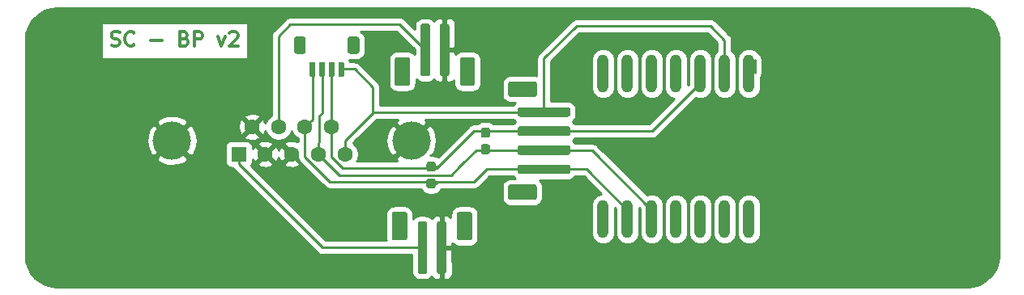
<source format=gbr>
G04 #@! TF.GenerationSoftware,KiCad,Pcbnew,(5.1.5-0)*
G04 #@! TF.CreationDate,2020-12-28T17:14:56-07:00*
G04 #@! TF.ProjectId,back_v2,6261636b-5f76-4322-9e6b-696361645f70,rev?*
G04 #@! TF.SameCoordinates,Original*
G04 #@! TF.FileFunction,Copper,L1,Top*
G04 #@! TF.FilePolarity,Positive*
%FSLAX46Y46*%
G04 Gerber Fmt 4.6, Leading zero omitted, Abs format (unit mm)*
G04 Created by KiCad (PCBNEW (5.1.5-0)) date 2020-12-28 17:14:56*
%MOMM*%
%LPD*%
G04 APERTURE LIST*
%ADD10C,0.300000*%
%ADD11O,1.200000X4.000000*%
%ADD12C,0.100000*%
%ADD13C,4.000000*%
%ADD14C,1.600000*%
%ADD15R,1.600000X1.600000*%
%ADD16C,5.800000*%
%ADD17C,0.250000*%
%ADD18C,0.254000*%
G04 APERTURE END LIST*
D10*
X105692857Y-100607142D02*
X105907142Y-100678571D01*
X106264285Y-100678571D01*
X106407142Y-100607142D01*
X106478571Y-100535714D01*
X106550000Y-100392857D01*
X106550000Y-100250000D01*
X106478571Y-100107142D01*
X106407142Y-100035714D01*
X106264285Y-99964285D01*
X105978571Y-99892857D01*
X105835714Y-99821428D01*
X105764285Y-99750000D01*
X105692857Y-99607142D01*
X105692857Y-99464285D01*
X105764285Y-99321428D01*
X105835714Y-99250000D01*
X105978571Y-99178571D01*
X106335714Y-99178571D01*
X106550000Y-99250000D01*
X108050000Y-100535714D02*
X107978571Y-100607142D01*
X107764285Y-100678571D01*
X107621428Y-100678571D01*
X107407142Y-100607142D01*
X107264285Y-100464285D01*
X107192857Y-100321428D01*
X107121428Y-100035714D01*
X107121428Y-99821428D01*
X107192857Y-99535714D01*
X107264285Y-99392857D01*
X107407142Y-99250000D01*
X107621428Y-99178571D01*
X107764285Y-99178571D01*
X107978571Y-99250000D01*
X108050000Y-99321428D01*
X109835714Y-100107142D02*
X110978571Y-100107142D01*
X113335714Y-99892857D02*
X113550000Y-99964285D01*
X113621428Y-100035714D01*
X113692857Y-100178571D01*
X113692857Y-100392857D01*
X113621428Y-100535714D01*
X113550000Y-100607142D01*
X113407142Y-100678571D01*
X112835714Y-100678571D01*
X112835714Y-99178571D01*
X113335714Y-99178571D01*
X113478571Y-99250000D01*
X113550000Y-99321428D01*
X113621428Y-99464285D01*
X113621428Y-99607142D01*
X113550000Y-99750000D01*
X113478571Y-99821428D01*
X113335714Y-99892857D01*
X112835714Y-99892857D01*
X114335714Y-100678571D02*
X114335714Y-99178571D01*
X114907142Y-99178571D01*
X115050000Y-99250000D01*
X115121428Y-99321428D01*
X115192857Y-99464285D01*
X115192857Y-99678571D01*
X115121428Y-99821428D01*
X115050000Y-99892857D01*
X114907142Y-99964285D01*
X114335714Y-99964285D01*
X116835714Y-99678571D02*
X117192857Y-100678571D01*
X117550000Y-99678571D01*
X118049999Y-99321428D02*
X118121428Y-99250000D01*
X118264285Y-99178571D01*
X118621428Y-99178571D01*
X118764285Y-99250000D01*
X118835714Y-99321428D01*
X118907142Y-99464285D01*
X118907142Y-99607142D01*
X118835714Y-99821428D01*
X117978571Y-100678571D01*
X118907142Y-100678571D01*
D11*
X157080000Y-118820000D03*
X157080000Y-103580000D03*
X159620000Y-118820000D03*
X159620000Y-103580000D03*
X162160000Y-118820000D03*
X162160000Y-103580000D03*
X164700000Y-118820000D03*
X164700000Y-103580000D03*
X167240000Y-118820000D03*
X167240000Y-103580000D03*
X169780000Y-118820000D03*
X169780000Y-103580000D03*
X172320000Y-118820000D03*
X172320000Y-103580000D03*
G04 #@! TA.AperFunction,SMDPad,CuDef*
D12*
G36*
X139360779Y-114551144D02*
G01*
X139383834Y-114554563D01*
X139406443Y-114560227D01*
X139428387Y-114568079D01*
X139449457Y-114578044D01*
X139469448Y-114590026D01*
X139488168Y-114603910D01*
X139505438Y-114619562D01*
X139521090Y-114636832D01*
X139534974Y-114655552D01*
X139546956Y-114675543D01*
X139556921Y-114696613D01*
X139564773Y-114718557D01*
X139570437Y-114741166D01*
X139573856Y-114764221D01*
X139575000Y-114787500D01*
X139575000Y-115362500D01*
X139573856Y-115385779D01*
X139570437Y-115408834D01*
X139564773Y-115431443D01*
X139556921Y-115453387D01*
X139546956Y-115474457D01*
X139534974Y-115494448D01*
X139521090Y-115513168D01*
X139505438Y-115530438D01*
X139488168Y-115546090D01*
X139469448Y-115559974D01*
X139449457Y-115571956D01*
X139428387Y-115581921D01*
X139406443Y-115589773D01*
X139383834Y-115595437D01*
X139360779Y-115598856D01*
X139337500Y-115600000D01*
X138862500Y-115600000D01*
X138839221Y-115598856D01*
X138816166Y-115595437D01*
X138793557Y-115589773D01*
X138771613Y-115581921D01*
X138750543Y-115571956D01*
X138730552Y-115559974D01*
X138711832Y-115546090D01*
X138694562Y-115530438D01*
X138678910Y-115513168D01*
X138665026Y-115494448D01*
X138653044Y-115474457D01*
X138643079Y-115453387D01*
X138635227Y-115431443D01*
X138629563Y-115408834D01*
X138626144Y-115385779D01*
X138625000Y-115362500D01*
X138625000Y-114787500D01*
X138626144Y-114764221D01*
X138629563Y-114741166D01*
X138635227Y-114718557D01*
X138643079Y-114696613D01*
X138653044Y-114675543D01*
X138665026Y-114655552D01*
X138678910Y-114636832D01*
X138694562Y-114619562D01*
X138711832Y-114603910D01*
X138730552Y-114590026D01*
X138750543Y-114578044D01*
X138771613Y-114568079D01*
X138793557Y-114560227D01*
X138816166Y-114554563D01*
X138839221Y-114551144D01*
X138862500Y-114550000D01*
X139337500Y-114550000D01*
X139360779Y-114551144D01*
G37*
G04 #@! TD.AperFunction*
G04 #@! TA.AperFunction,SMDPad,CuDef*
G36*
X139360779Y-112801144D02*
G01*
X139383834Y-112804563D01*
X139406443Y-112810227D01*
X139428387Y-112818079D01*
X139449457Y-112828044D01*
X139469448Y-112840026D01*
X139488168Y-112853910D01*
X139505438Y-112869562D01*
X139521090Y-112886832D01*
X139534974Y-112905552D01*
X139546956Y-112925543D01*
X139556921Y-112946613D01*
X139564773Y-112968557D01*
X139570437Y-112991166D01*
X139573856Y-113014221D01*
X139575000Y-113037500D01*
X139575000Y-113612500D01*
X139573856Y-113635779D01*
X139570437Y-113658834D01*
X139564773Y-113681443D01*
X139556921Y-113703387D01*
X139546956Y-113724457D01*
X139534974Y-113744448D01*
X139521090Y-113763168D01*
X139505438Y-113780438D01*
X139488168Y-113796090D01*
X139469448Y-113809974D01*
X139449457Y-113821956D01*
X139428387Y-113831921D01*
X139406443Y-113839773D01*
X139383834Y-113845437D01*
X139360779Y-113848856D01*
X139337500Y-113850000D01*
X138862500Y-113850000D01*
X138839221Y-113848856D01*
X138816166Y-113845437D01*
X138793557Y-113839773D01*
X138771613Y-113831921D01*
X138750543Y-113821956D01*
X138730552Y-113809974D01*
X138711832Y-113796090D01*
X138694562Y-113780438D01*
X138678910Y-113763168D01*
X138665026Y-113744448D01*
X138653044Y-113724457D01*
X138643079Y-113703387D01*
X138635227Y-113681443D01*
X138629563Y-113658834D01*
X138626144Y-113635779D01*
X138625000Y-113612500D01*
X138625000Y-113037500D01*
X138626144Y-113014221D01*
X138629563Y-112991166D01*
X138635227Y-112968557D01*
X138643079Y-112946613D01*
X138653044Y-112925543D01*
X138665026Y-112905552D01*
X138678910Y-112886832D01*
X138694562Y-112869562D01*
X138711832Y-112853910D01*
X138730552Y-112840026D01*
X138750543Y-112828044D01*
X138771613Y-112818079D01*
X138793557Y-112810227D01*
X138816166Y-112804563D01*
X138839221Y-112801144D01*
X138862500Y-112800000D01*
X139337500Y-112800000D01*
X139360779Y-112801144D01*
G37*
G04 #@! TD.AperFunction*
G04 #@! TA.AperFunction,SMDPad,CuDef*
G36*
X145035779Y-110976144D02*
G01*
X145058834Y-110979563D01*
X145081443Y-110985227D01*
X145103387Y-110993079D01*
X145124457Y-111003044D01*
X145144448Y-111015026D01*
X145163168Y-111028910D01*
X145180438Y-111044562D01*
X145196090Y-111061832D01*
X145209974Y-111080552D01*
X145221956Y-111100543D01*
X145231921Y-111121613D01*
X145239773Y-111143557D01*
X145245437Y-111166166D01*
X145248856Y-111189221D01*
X145250000Y-111212500D01*
X145250000Y-111787500D01*
X145248856Y-111810779D01*
X145245437Y-111833834D01*
X145239773Y-111856443D01*
X145231921Y-111878387D01*
X145221956Y-111899457D01*
X145209974Y-111919448D01*
X145196090Y-111938168D01*
X145180438Y-111955438D01*
X145163168Y-111971090D01*
X145144448Y-111984974D01*
X145124457Y-111996956D01*
X145103387Y-112006921D01*
X145081443Y-112014773D01*
X145058834Y-112020437D01*
X145035779Y-112023856D01*
X145012500Y-112025000D01*
X144537500Y-112025000D01*
X144514221Y-112023856D01*
X144491166Y-112020437D01*
X144468557Y-112014773D01*
X144446613Y-112006921D01*
X144425543Y-111996956D01*
X144405552Y-111984974D01*
X144386832Y-111971090D01*
X144369562Y-111955438D01*
X144353910Y-111938168D01*
X144340026Y-111919448D01*
X144328044Y-111899457D01*
X144318079Y-111878387D01*
X144310227Y-111856443D01*
X144304563Y-111833834D01*
X144301144Y-111810779D01*
X144300000Y-111787500D01*
X144300000Y-111212500D01*
X144301144Y-111189221D01*
X144304563Y-111166166D01*
X144310227Y-111143557D01*
X144318079Y-111121613D01*
X144328044Y-111100543D01*
X144340026Y-111080552D01*
X144353910Y-111061832D01*
X144369562Y-111044562D01*
X144386832Y-111028910D01*
X144405552Y-111015026D01*
X144425543Y-111003044D01*
X144446613Y-110993079D01*
X144468557Y-110985227D01*
X144491166Y-110979563D01*
X144514221Y-110976144D01*
X144537500Y-110975000D01*
X145012500Y-110975000D01*
X145035779Y-110976144D01*
G37*
G04 #@! TD.AperFunction*
G04 #@! TA.AperFunction,SMDPad,CuDef*
G36*
X145035779Y-109226144D02*
G01*
X145058834Y-109229563D01*
X145081443Y-109235227D01*
X145103387Y-109243079D01*
X145124457Y-109253044D01*
X145144448Y-109265026D01*
X145163168Y-109278910D01*
X145180438Y-109294562D01*
X145196090Y-109311832D01*
X145209974Y-109330552D01*
X145221956Y-109350543D01*
X145231921Y-109371613D01*
X145239773Y-109393557D01*
X145245437Y-109416166D01*
X145248856Y-109439221D01*
X145250000Y-109462500D01*
X145250000Y-110037500D01*
X145248856Y-110060779D01*
X145245437Y-110083834D01*
X145239773Y-110106443D01*
X145231921Y-110128387D01*
X145221956Y-110149457D01*
X145209974Y-110169448D01*
X145196090Y-110188168D01*
X145180438Y-110205438D01*
X145163168Y-110221090D01*
X145144448Y-110234974D01*
X145124457Y-110246956D01*
X145103387Y-110256921D01*
X145081443Y-110264773D01*
X145058834Y-110270437D01*
X145035779Y-110273856D01*
X145012500Y-110275000D01*
X144537500Y-110275000D01*
X144514221Y-110273856D01*
X144491166Y-110270437D01*
X144468557Y-110264773D01*
X144446613Y-110256921D01*
X144425543Y-110246956D01*
X144405552Y-110234974D01*
X144386832Y-110221090D01*
X144369562Y-110205438D01*
X144353910Y-110188168D01*
X144340026Y-110169448D01*
X144328044Y-110149457D01*
X144318079Y-110128387D01*
X144310227Y-110106443D01*
X144304563Y-110083834D01*
X144301144Y-110060779D01*
X144300000Y-110037500D01*
X144300000Y-109462500D01*
X144301144Y-109439221D01*
X144304563Y-109416166D01*
X144310227Y-109393557D01*
X144318079Y-109371613D01*
X144328044Y-109350543D01*
X144340026Y-109330552D01*
X144353910Y-109311832D01*
X144369562Y-109294562D01*
X144386832Y-109278910D01*
X144405552Y-109265026D01*
X144425543Y-109253044D01*
X144446613Y-109243079D01*
X144468557Y-109235227D01*
X144491166Y-109229563D01*
X144514221Y-109226144D01*
X144537500Y-109225000D01*
X145012500Y-109225000D01*
X145035779Y-109226144D01*
G37*
G04 #@! TD.AperFunction*
G04 #@! TA.AperFunction,SMDPad,CuDef*
G36*
X131374505Y-99701204D02*
G01*
X131398773Y-99704804D01*
X131422572Y-99710765D01*
X131445671Y-99719030D01*
X131467850Y-99729520D01*
X131488893Y-99742132D01*
X131508599Y-99756747D01*
X131526777Y-99773223D01*
X131543253Y-99791401D01*
X131557868Y-99811107D01*
X131570480Y-99832150D01*
X131580970Y-99854329D01*
X131589235Y-99877428D01*
X131595196Y-99901227D01*
X131598796Y-99925495D01*
X131600000Y-99949999D01*
X131600000Y-101250001D01*
X131598796Y-101274505D01*
X131595196Y-101298773D01*
X131589235Y-101322572D01*
X131580970Y-101345671D01*
X131570480Y-101367850D01*
X131557868Y-101388893D01*
X131543253Y-101408599D01*
X131526777Y-101426777D01*
X131508599Y-101443253D01*
X131488893Y-101457868D01*
X131467850Y-101470480D01*
X131445671Y-101480970D01*
X131422572Y-101489235D01*
X131398773Y-101495196D01*
X131374505Y-101498796D01*
X131350001Y-101500000D01*
X130649999Y-101500000D01*
X130625495Y-101498796D01*
X130601227Y-101495196D01*
X130577428Y-101489235D01*
X130554329Y-101480970D01*
X130532150Y-101470480D01*
X130511107Y-101457868D01*
X130491401Y-101443253D01*
X130473223Y-101426777D01*
X130456747Y-101408599D01*
X130442132Y-101388893D01*
X130429520Y-101367850D01*
X130419030Y-101345671D01*
X130410765Y-101322572D01*
X130404804Y-101298773D01*
X130401204Y-101274505D01*
X130400000Y-101250001D01*
X130400000Y-99949999D01*
X130401204Y-99925495D01*
X130404804Y-99901227D01*
X130410765Y-99877428D01*
X130419030Y-99854329D01*
X130429520Y-99832150D01*
X130442132Y-99811107D01*
X130456747Y-99791401D01*
X130473223Y-99773223D01*
X130491401Y-99756747D01*
X130511107Y-99742132D01*
X130532150Y-99729520D01*
X130554329Y-99719030D01*
X130577428Y-99710765D01*
X130601227Y-99704804D01*
X130625495Y-99701204D01*
X130649999Y-99700000D01*
X131350001Y-99700000D01*
X131374505Y-99701204D01*
G37*
G04 #@! TD.AperFunction*
G04 #@! TA.AperFunction,SMDPad,CuDef*
G36*
X125774505Y-99701204D02*
G01*
X125798773Y-99704804D01*
X125822572Y-99710765D01*
X125845671Y-99719030D01*
X125867850Y-99729520D01*
X125888893Y-99742132D01*
X125908599Y-99756747D01*
X125926777Y-99773223D01*
X125943253Y-99791401D01*
X125957868Y-99811107D01*
X125970480Y-99832150D01*
X125980970Y-99854329D01*
X125989235Y-99877428D01*
X125995196Y-99901227D01*
X125998796Y-99925495D01*
X126000000Y-99949999D01*
X126000000Y-101250001D01*
X125998796Y-101274505D01*
X125995196Y-101298773D01*
X125989235Y-101322572D01*
X125980970Y-101345671D01*
X125970480Y-101367850D01*
X125957868Y-101388893D01*
X125943253Y-101408599D01*
X125926777Y-101426777D01*
X125908599Y-101443253D01*
X125888893Y-101457868D01*
X125867850Y-101470480D01*
X125845671Y-101480970D01*
X125822572Y-101489235D01*
X125798773Y-101495196D01*
X125774505Y-101498796D01*
X125750001Y-101500000D01*
X125049999Y-101500000D01*
X125025495Y-101498796D01*
X125001227Y-101495196D01*
X124977428Y-101489235D01*
X124954329Y-101480970D01*
X124932150Y-101470480D01*
X124911107Y-101457868D01*
X124891401Y-101443253D01*
X124873223Y-101426777D01*
X124856747Y-101408599D01*
X124842132Y-101388893D01*
X124829520Y-101367850D01*
X124819030Y-101345671D01*
X124810765Y-101322572D01*
X124804804Y-101298773D01*
X124801204Y-101274505D01*
X124800000Y-101250001D01*
X124800000Y-99949999D01*
X124801204Y-99925495D01*
X124804804Y-99901227D01*
X124810765Y-99877428D01*
X124819030Y-99854329D01*
X124829520Y-99832150D01*
X124842132Y-99811107D01*
X124856747Y-99791401D01*
X124873223Y-99773223D01*
X124891401Y-99756747D01*
X124911107Y-99742132D01*
X124932150Y-99729520D01*
X124954329Y-99719030D01*
X124977428Y-99710765D01*
X125001227Y-99704804D01*
X125025495Y-99701204D01*
X125049999Y-99700000D01*
X125750001Y-99700000D01*
X125774505Y-99701204D01*
G37*
G04 #@! TD.AperFunction*
G04 #@! TA.AperFunction,SMDPad,CuDef*
G36*
X129864703Y-102350722D02*
G01*
X129879264Y-102352882D01*
X129893543Y-102356459D01*
X129907403Y-102361418D01*
X129920710Y-102367712D01*
X129933336Y-102375280D01*
X129945159Y-102384048D01*
X129956066Y-102393934D01*
X129965952Y-102404841D01*
X129974720Y-102416664D01*
X129982288Y-102429290D01*
X129988582Y-102442597D01*
X129993541Y-102456457D01*
X129997118Y-102470736D01*
X129999278Y-102485297D01*
X130000000Y-102500000D01*
X130000000Y-103750000D01*
X129999278Y-103764703D01*
X129997118Y-103779264D01*
X129993541Y-103793543D01*
X129988582Y-103807403D01*
X129982288Y-103820710D01*
X129974720Y-103833336D01*
X129965952Y-103845159D01*
X129956066Y-103856066D01*
X129945159Y-103865952D01*
X129933336Y-103874720D01*
X129920710Y-103882288D01*
X129907403Y-103888582D01*
X129893543Y-103893541D01*
X129879264Y-103897118D01*
X129864703Y-103899278D01*
X129850000Y-103900000D01*
X129550000Y-103900000D01*
X129535297Y-103899278D01*
X129520736Y-103897118D01*
X129506457Y-103893541D01*
X129492597Y-103888582D01*
X129479290Y-103882288D01*
X129466664Y-103874720D01*
X129454841Y-103865952D01*
X129443934Y-103856066D01*
X129434048Y-103845159D01*
X129425280Y-103833336D01*
X129417712Y-103820710D01*
X129411418Y-103807403D01*
X129406459Y-103793543D01*
X129402882Y-103779264D01*
X129400722Y-103764703D01*
X129400000Y-103750000D01*
X129400000Y-102500000D01*
X129400722Y-102485297D01*
X129402882Y-102470736D01*
X129406459Y-102456457D01*
X129411418Y-102442597D01*
X129417712Y-102429290D01*
X129425280Y-102416664D01*
X129434048Y-102404841D01*
X129443934Y-102393934D01*
X129454841Y-102384048D01*
X129466664Y-102375280D01*
X129479290Y-102367712D01*
X129492597Y-102361418D01*
X129506457Y-102356459D01*
X129520736Y-102352882D01*
X129535297Y-102350722D01*
X129550000Y-102350000D01*
X129850000Y-102350000D01*
X129864703Y-102350722D01*
G37*
G04 #@! TD.AperFunction*
G04 #@! TA.AperFunction,SMDPad,CuDef*
G36*
X128864703Y-102350722D02*
G01*
X128879264Y-102352882D01*
X128893543Y-102356459D01*
X128907403Y-102361418D01*
X128920710Y-102367712D01*
X128933336Y-102375280D01*
X128945159Y-102384048D01*
X128956066Y-102393934D01*
X128965952Y-102404841D01*
X128974720Y-102416664D01*
X128982288Y-102429290D01*
X128988582Y-102442597D01*
X128993541Y-102456457D01*
X128997118Y-102470736D01*
X128999278Y-102485297D01*
X129000000Y-102500000D01*
X129000000Y-103750000D01*
X128999278Y-103764703D01*
X128997118Y-103779264D01*
X128993541Y-103793543D01*
X128988582Y-103807403D01*
X128982288Y-103820710D01*
X128974720Y-103833336D01*
X128965952Y-103845159D01*
X128956066Y-103856066D01*
X128945159Y-103865952D01*
X128933336Y-103874720D01*
X128920710Y-103882288D01*
X128907403Y-103888582D01*
X128893543Y-103893541D01*
X128879264Y-103897118D01*
X128864703Y-103899278D01*
X128850000Y-103900000D01*
X128550000Y-103900000D01*
X128535297Y-103899278D01*
X128520736Y-103897118D01*
X128506457Y-103893541D01*
X128492597Y-103888582D01*
X128479290Y-103882288D01*
X128466664Y-103874720D01*
X128454841Y-103865952D01*
X128443934Y-103856066D01*
X128434048Y-103845159D01*
X128425280Y-103833336D01*
X128417712Y-103820710D01*
X128411418Y-103807403D01*
X128406459Y-103793543D01*
X128402882Y-103779264D01*
X128400722Y-103764703D01*
X128400000Y-103750000D01*
X128400000Y-102500000D01*
X128400722Y-102485297D01*
X128402882Y-102470736D01*
X128406459Y-102456457D01*
X128411418Y-102442597D01*
X128417712Y-102429290D01*
X128425280Y-102416664D01*
X128434048Y-102404841D01*
X128443934Y-102393934D01*
X128454841Y-102384048D01*
X128466664Y-102375280D01*
X128479290Y-102367712D01*
X128492597Y-102361418D01*
X128506457Y-102356459D01*
X128520736Y-102352882D01*
X128535297Y-102350722D01*
X128550000Y-102350000D01*
X128850000Y-102350000D01*
X128864703Y-102350722D01*
G37*
G04 #@! TD.AperFunction*
G04 #@! TA.AperFunction,SMDPad,CuDef*
G36*
X127864703Y-102350722D02*
G01*
X127879264Y-102352882D01*
X127893543Y-102356459D01*
X127907403Y-102361418D01*
X127920710Y-102367712D01*
X127933336Y-102375280D01*
X127945159Y-102384048D01*
X127956066Y-102393934D01*
X127965952Y-102404841D01*
X127974720Y-102416664D01*
X127982288Y-102429290D01*
X127988582Y-102442597D01*
X127993541Y-102456457D01*
X127997118Y-102470736D01*
X127999278Y-102485297D01*
X128000000Y-102500000D01*
X128000000Y-103750000D01*
X127999278Y-103764703D01*
X127997118Y-103779264D01*
X127993541Y-103793543D01*
X127988582Y-103807403D01*
X127982288Y-103820710D01*
X127974720Y-103833336D01*
X127965952Y-103845159D01*
X127956066Y-103856066D01*
X127945159Y-103865952D01*
X127933336Y-103874720D01*
X127920710Y-103882288D01*
X127907403Y-103888582D01*
X127893543Y-103893541D01*
X127879264Y-103897118D01*
X127864703Y-103899278D01*
X127850000Y-103900000D01*
X127550000Y-103900000D01*
X127535297Y-103899278D01*
X127520736Y-103897118D01*
X127506457Y-103893541D01*
X127492597Y-103888582D01*
X127479290Y-103882288D01*
X127466664Y-103874720D01*
X127454841Y-103865952D01*
X127443934Y-103856066D01*
X127434048Y-103845159D01*
X127425280Y-103833336D01*
X127417712Y-103820710D01*
X127411418Y-103807403D01*
X127406459Y-103793543D01*
X127402882Y-103779264D01*
X127400722Y-103764703D01*
X127400000Y-103750000D01*
X127400000Y-102500000D01*
X127400722Y-102485297D01*
X127402882Y-102470736D01*
X127406459Y-102456457D01*
X127411418Y-102442597D01*
X127417712Y-102429290D01*
X127425280Y-102416664D01*
X127434048Y-102404841D01*
X127443934Y-102393934D01*
X127454841Y-102384048D01*
X127466664Y-102375280D01*
X127479290Y-102367712D01*
X127492597Y-102361418D01*
X127506457Y-102356459D01*
X127520736Y-102352882D01*
X127535297Y-102350722D01*
X127550000Y-102350000D01*
X127850000Y-102350000D01*
X127864703Y-102350722D01*
G37*
G04 #@! TD.AperFunction*
G04 #@! TA.AperFunction,SMDPad,CuDef*
G36*
X126864703Y-102350722D02*
G01*
X126879264Y-102352882D01*
X126893543Y-102356459D01*
X126907403Y-102361418D01*
X126920710Y-102367712D01*
X126933336Y-102375280D01*
X126945159Y-102384048D01*
X126956066Y-102393934D01*
X126965952Y-102404841D01*
X126974720Y-102416664D01*
X126982288Y-102429290D01*
X126988582Y-102442597D01*
X126993541Y-102456457D01*
X126997118Y-102470736D01*
X126999278Y-102485297D01*
X127000000Y-102500000D01*
X127000000Y-103750000D01*
X126999278Y-103764703D01*
X126997118Y-103779264D01*
X126993541Y-103793543D01*
X126988582Y-103807403D01*
X126982288Y-103820710D01*
X126974720Y-103833336D01*
X126965952Y-103845159D01*
X126956066Y-103856066D01*
X126945159Y-103865952D01*
X126933336Y-103874720D01*
X126920710Y-103882288D01*
X126907403Y-103888582D01*
X126893543Y-103893541D01*
X126879264Y-103897118D01*
X126864703Y-103899278D01*
X126850000Y-103900000D01*
X126550000Y-103900000D01*
X126535297Y-103899278D01*
X126520736Y-103897118D01*
X126506457Y-103893541D01*
X126492597Y-103888582D01*
X126479290Y-103882288D01*
X126466664Y-103874720D01*
X126454841Y-103865952D01*
X126443934Y-103856066D01*
X126434048Y-103845159D01*
X126425280Y-103833336D01*
X126417712Y-103820710D01*
X126411418Y-103807403D01*
X126406459Y-103793543D01*
X126402882Y-103779264D01*
X126400722Y-103764703D01*
X126400000Y-103750000D01*
X126400000Y-102500000D01*
X126400722Y-102485297D01*
X126402882Y-102470736D01*
X126406459Y-102456457D01*
X126411418Y-102442597D01*
X126417712Y-102429290D01*
X126425280Y-102416664D01*
X126434048Y-102404841D01*
X126443934Y-102393934D01*
X126454841Y-102384048D01*
X126466664Y-102375280D01*
X126479290Y-102367712D01*
X126492597Y-102361418D01*
X126506457Y-102356459D01*
X126520736Y-102352882D01*
X126535297Y-102350722D01*
X126550000Y-102350000D01*
X126850000Y-102350000D01*
X126864703Y-102350722D01*
G37*
G04 #@! TD.AperFunction*
D13*
X137040000Y-110580000D03*
X112040000Y-110580000D03*
D14*
X128695000Y-109160000D03*
X125925000Y-109160000D03*
X123155000Y-109160000D03*
X120385000Y-109160000D03*
X130080000Y-112000000D03*
X127310000Y-112000000D03*
X124540000Y-112000000D03*
X121770000Y-112000000D03*
D15*
X119000000Y-112000000D03*
G04 #@! TA.AperFunction,SMDPad,CuDef*
D12*
G36*
X149924504Y-104401204D02*
G01*
X149948773Y-104404804D01*
X149972571Y-104410765D01*
X149995671Y-104419030D01*
X150017849Y-104429520D01*
X150038893Y-104442133D01*
X150058598Y-104456747D01*
X150076777Y-104473223D01*
X150093253Y-104491402D01*
X150107867Y-104511107D01*
X150120480Y-104532151D01*
X150130970Y-104554329D01*
X150139235Y-104577429D01*
X150145196Y-104601227D01*
X150148796Y-104625496D01*
X150150000Y-104650000D01*
X150150000Y-105750000D01*
X150148796Y-105774504D01*
X150145196Y-105798773D01*
X150139235Y-105822571D01*
X150130970Y-105845671D01*
X150120480Y-105867849D01*
X150107867Y-105888893D01*
X150093253Y-105908598D01*
X150076777Y-105926777D01*
X150058598Y-105943253D01*
X150038893Y-105957867D01*
X150017849Y-105970480D01*
X149995671Y-105980970D01*
X149972571Y-105989235D01*
X149948773Y-105995196D01*
X149924504Y-105998796D01*
X149900000Y-106000000D01*
X147400000Y-106000000D01*
X147375496Y-105998796D01*
X147351227Y-105995196D01*
X147327429Y-105989235D01*
X147304329Y-105980970D01*
X147282151Y-105970480D01*
X147261107Y-105957867D01*
X147241402Y-105943253D01*
X147223223Y-105926777D01*
X147206747Y-105908598D01*
X147192133Y-105888893D01*
X147179520Y-105867849D01*
X147169030Y-105845671D01*
X147160765Y-105822571D01*
X147154804Y-105798773D01*
X147151204Y-105774504D01*
X147150000Y-105750000D01*
X147150000Y-104650000D01*
X147151204Y-104625496D01*
X147154804Y-104601227D01*
X147160765Y-104577429D01*
X147169030Y-104554329D01*
X147179520Y-104532151D01*
X147192133Y-104511107D01*
X147206747Y-104491402D01*
X147223223Y-104473223D01*
X147241402Y-104456747D01*
X147261107Y-104442133D01*
X147282151Y-104429520D01*
X147304329Y-104419030D01*
X147327429Y-104410765D01*
X147351227Y-104404804D01*
X147375496Y-104401204D01*
X147400000Y-104400000D01*
X149900000Y-104400000D01*
X149924504Y-104401204D01*
G37*
G04 #@! TD.AperFunction*
G04 #@! TA.AperFunction,SMDPad,CuDef*
G36*
X149924504Y-115201204D02*
G01*
X149948773Y-115204804D01*
X149972571Y-115210765D01*
X149995671Y-115219030D01*
X150017849Y-115229520D01*
X150038893Y-115242133D01*
X150058598Y-115256747D01*
X150076777Y-115273223D01*
X150093253Y-115291402D01*
X150107867Y-115311107D01*
X150120480Y-115332151D01*
X150130970Y-115354329D01*
X150139235Y-115377429D01*
X150145196Y-115401227D01*
X150148796Y-115425496D01*
X150150000Y-115450000D01*
X150150000Y-116550000D01*
X150148796Y-116574504D01*
X150145196Y-116598773D01*
X150139235Y-116622571D01*
X150130970Y-116645671D01*
X150120480Y-116667849D01*
X150107867Y-116688893D01*
X150093253Y-116708598D01*
X150076777Y-116726777D01*
X150058598Y-116743253D01*
X150038893Y-116757867D01*
X150017849Y-116770480D01*
X149995671Y-116780970D01*
X149972571Y-116789235D01*
X149948773Y-116795196D01*
X149924504Y-116798796D01*
X149900000Y-116800000D01*
X147400000Y-116800000D01*
X147375496Y-116798796D01*
X147351227Y-116795196D01*
X147327429Y-116789235D01*
X147304329Y-116780970D01*
X147282151Y-116770480D01*
X147261107Y-116757867D01*
X147241402Y-116743253D01*
X147223223Y-116726777D01*
X147206747Y-116708598D01*
X147192133Y-116688893D01*
X147179520Y-116667849D01*
X147169030Y-116645671D01*
X147160765Y-116622571D01*
X147154804Y-116598773D01*
X147151204Y-116574504D01*
X147150000Y-116550000D01*
X147150000Y-115450000D01*
X147151204Y-115425496D01*
X147154804Y-115401227D01*
X147160765Y-115377429D01*
X147169030Y-115354329D01*
X147179520Y-115332151D01*
X147192133Y-115311107D01*
X147206747Y-115291402D01*
X147223223Y-115273223D01*
X147241402Y-115256747D01*
X147261107Y-115242133D01*
X147282151Y-115229520D01*
X147304329Y-115219030D01*
X147327429Y-115210765D01*
X147351227Y-115204804D01*
X147375496Y-115201204D01*
X147400000Y-115200000D01*
X149900000Y-115200000D01*
X149924504Y-115201204D01*
G37*
G04 #@! TD.AperFunction*
G04 #@! TA.AperFunction,SMDPad,CuDef*
G36*
X153424504Y-107101204D02*
G01*
X153448773Y-107104804D01*
X153472571Y-107110765D01*
X153495671Y-107119030D01*
X153517849Y-107129520D01*
X153538893Y-107142133D01*
X153558598Y-107156747D01*
X153576777Y-107173223D01*
X153593253Y-107191402D01*
X153607867Y-107211107D01*
X153620480Y-107232151D01*
X153630970Y-107254329D01*
X153639235Y-107277429D01*
X153645196Y-107301227D01*
X153648796Y-107325496D01*
X153650000Y-107350000D01*
X153650000Y-107850000D01*
X153648796Y-107874504D01*
X153645196Y-107898773D01*
X153639235Y-107922571D01*
X153630970Y-107945671D01*
X153620480Y-107967849D01*
X153607867Y-107988893D01*
X153593253Y-108008598D01*
X153576777Y-108026777D01*
X153558598Y-108043253D01*
X153538893Y-108057867D01*
X153517849Y-108070480D01*
X153495671Y-108080970D01*
X153472571Y-108089235D01*
X153448773Y-108095196D01*
X153424504Y-108098796D01*
X153400000Y-108100000D01*
X148400000Y-108100000D01*
X148375496Y-108098796D01*
X148351227Y-108095196D01*
X148327429Y-108089235D01*
X148304329Y-108080970D01*
X148282151Y-108070480D01*
X148261107Y-108057867D01*
X148241402Y-108043253D01*
X148223223Y-108026777D01*
X148206747Y-108008598D01*
X148192133Y-107988893D01*
X148179520Y-107967849D01*
X148169030Y-107945671D01*
X148160765Y-107922571D01*
X148154804Y-107898773D01*
X148151204Y-107874504D01*
X148150000Y-107850000D01*
X148150000Y-107350000D01*
X148151204Y-107325496D01*
X148154804Y-107301227D01*
X148160765Y-107277429D01*
X148169030Y-107254329D01*
X148179520Y-107232151D01*
X148192133Y-107211107D01*
X148206747Y-107191402D01*
X148223223Y-107173223D01*
X148241402Y-107156747D01*
X148261107Y-107142133D01*
X148282151Y-107129520D01*
X148304329Y-107119030D01*
X148327429Y-107110765D01*
X148351227Y-107104804D01*
X148375496Y-107101204D01*
X148400000Y-107100000D01*
X153400000Y-107100000D01*
X153424504Y-107101204D01*
G37*
G04 #@! TD.AperFunction*
G04 #@! TA.AperFunction,SMDPad,CuDef*
G36*
X153424504Y-109101204D02*
G01*
X153448773Y-109104804D01*
X153472571Y-109110765D01*
X153495671Y-109119030D01*
X153517849Y-109129520D01*
X153538893Y-109142133D01*
X153558598Y-109156747D01*
X153576777Y-109173223D01*
X153593253Y-109191402D01*
X153607867Y-109211107D01*
X153620480Y-109232151D01*
X153630970Y-109254329D01*
X153639235Y-109277429D01*
X153645196Y-109301227D01*
X153648796Y-109325496D01*
X153650000Y-109350000D01*
X153650000Y-109850000D01*
X153648796Y-109874504D01*
X153645196Y-109898773D01*
X153639235Y-109922571D01*
X153630970Y-109945671D01*
X153620480Y-109967849D01*
X153607867Y-109988893D01*
X153593253Y-110008598D01*
X153576777Y-110026777D01*
X153558598Y-110043253D01*
X153538893Y-110057867D01*
X153517849Y-110070480D01*
X153495671Y-110080970D01*
X153472571Y-110089235D01*
X153448773Y-110095196D01*
X153424504Y-110098796D01*
X153400000Y-110100000D01*
X148400000Y-110100000D01*
X148375496Y-110098796D01*
X148351227Y-110095196D01*
X148327429Y-110089235D01*
X148304329Y-110080970D01*
X148282151Y-110070480D01*
X148261107Y-110057867D01*
X148241402Y-110043253D01*
X148223223Y-110026777D01*
X148206747Y-110008598D01*
X148192133Y-109988893D01*
X148179520Y-109967849D01*
X148169030Y-109945671D01*
X148160765Y-109922571D01*
X148154804Y-109898773D01*
X148151204Y-109874504D01*
X148150000Y-109850000D01*
X148150000Y-109350000D01*
X148151204Y-109325496D01*
X148154804Y-109301227D01*
X148160765Y-109277429D01*
X148169030Y-109254329D01*
X148179520Y-109232151D01*
X148192133Y-109211107D01*
X148206747Y-109191402D01*
X148223223Y-109173223D01*
X148241402Y-109156747D01*
X148261107Y-109142133D01*
X148282151Y-109129520D01*
X148304329Y-109119030D01*
X148327429Y-109110765D01*
X148351227Y-109104804D01*
X148375496Y-109101204D01*
X148400000Y-109100000D01*
X153400000Y-109100000D01*
X153424504Y-109101204D01*
G37*
G04 #@! TD.AperFunction*
G04 #@! TA.AperFunction,SMDPad,CuDef*
G36*
X153424504Y-111101204D02*
G01*
X153448773Y-111104804D01*
X153472571Y-111110765D01*
X153495671Y-111119030D01*
X153517849Y-111129520D01*
X153538893Y-111142133D01*
X153558598Y-111156747D01*
X153576777Y-111173223D01*
X153593253Y-111191402D01*
X153607867Y-111211107D01*
X153620480Y-111232151D01*
X153630970Y-111254329D01*
X153639235Y-111277429D01*
X153645196Y-111301227D01*
X153648796Y-111325496D01*
X153650000Y-111350000D01*
X153650000Y-111850000D01*
X153648796Y-111874504D01*
X153645196Y-111898773D01*
X153639235Y-111922571D01*
X153630970Y-111945671D01*
X153620480Y-111967849D01*
X153607867Y-111988893D01*
X153593253Y-112008598D01*
X153576777Y-112026777D01*
X153558598Y-112043253D01*
X153538893Y-112057867D01*
X153517849Y-112070480D01*
X153495671Y-112080970D01*
X153472571Y-112089235D01*
X153448773Y-112095196D01*
X153424504Y-112098796D01*
X153400000Y-112100000D01*
X148400000Y-112100000D01*
X148375496Y-112098796D01*
X148351227Y-112095196D01*
X148327429Y-112089235D01*
X148304329Y-112080970D01*
X148282151Y-112070480D01*
X148261107Y-112057867D01*
X148241402Y-112043253D01*
X148223223Y-112026777D01*
X148206747Y-112008598D01*
X148192133Y-111988893D01*
X148179520Y-111967849D01*
X148169030Y-111945671D01*
X148160765Y-111922571D01*
X148154804Y-111898773D01*
X148151204Y-111874504D01*
X148150000Y-111850000D01*
X148150000Y-111350000D01*
X148151204Y-111325496D01*
X148154804Y-111301227D01*
X148160765Y-111277429D01*
X148169030Y-111254329D01*
X148179520Y-111232151D01*
X148192133Y-111211107D01*
X148206747Y-111191402D01*
X148223223Y-111173223D01*
X148241402Y-111156747D01*
X148261107Y-111142133D01*
X148282151Y-111129520D01*
X148304329Y-111119030D01*
X148327429Y-111110765D01*
X148351227Y-111104804D01*
X148375496Y-111101204D01*
X148400000Y-111100000D01*
X153400000Y-111100000D01*
X153424504Y-111101204D01*
G37*
G04 #@! TD.AperFunction*
G04 #@! TA.AperFunction,SMDPad,CuDef*
G36*
X153424504Y-113101204D02*
G01*
X153448773Y-113104804D01*
X153472571Y-113110765D01*
X153495671Y-113119030D01*
X153517849Y-113129520D01*
X153538893Y-113142133D01*
X153558598Y-113156747D01*
X153576777Y-113173223D01*
X153593253Y-113191402D01*
X153607867Y-113211107D01*
X153620480Y-113232151D01*
X153630970Y-113254329D01*
X153639235Y-113277429D01*
X153645196Y-113301227D01*
X153648796Y-113325496D01*
X153650000Y-113350000D01*
X153650000Y-113850000D01*
X153648796Y-113874504D01*
X153645196Y-113898773D01*
X153639235Y-113922571D01*
X153630970Y-113945671D01*
X153620480Y-113967849D01*
X153607867Y-113988893D01*
X153593253Y-114008598D01*
X153576777Y-114026777D01*
X153558598Y-114043253D01*
X153538893Y-114057867D01*
X153517849Y-114070480D01*
X153495671Y-114080970D01*
X153472571Y-114089235D01*
X153448773Y-114095196D01*
X153424504Y-114098796D01*
X153400000Y-114100000D01*
X148400000Y-114100000D01*
X148375496Y-114098796D01*
X148351227Y-114095196D01*
X148327429Y-114089235D01*
X148304329Y-114080970D01*
X148282151Y-114070480D01*
X148261107Y-114057867D01*
X148241402Y-114043253D01*
X148223223Y-114026777D01*
X148206747Y-114008598D01*
X148192133Y-113988893D01*
X148179520Y-113967849D01*
X148169030Y-113945671D01*
X148160765Y-113922571D01*
X148154804Y-113898773D01*
X148151204Y-113874504D01*
X148150000Y-113850000D01*
X148150000Y-113350000D01*
X148151204Y-113325496D01*
X148154804Y-113301227D01*
X148160765Y-113277429D01*
X148169030Y-113254329D01*
X148179520Y-113232151D01*
X148192133Y-113211107D01*
X148206747Y-113191402D01*
X148223223Y-113173223D01*
X148241402Y-113156747D01*
X148261107Y-113142133D01*
X148282151Y-113129520D01*
X148304329Y-113119030D01*
X148327429Y-113110765D01*
X148351227Y-113104804D01*
X148375496Y-113101204D01*
X148400000Y-113100000D01*
X153400000Y-113100000D01*
X153424504Y-113101204D01*
G37*
G04 #@! TD.AperFunction*
G04 #@! TA.AperFunction,SMDPad,CuDef*
G36*
X143174504Y-118051204D02*
G01*
X143198773Y-118054804D01*
X143222571Y-118060765D01*
X143245671Y-118069030D01*
X143267849Y-118079520D01*
X143288893Y-118092133D01*
X143308598Y-118106747D01*
X143326777Y-118123223D01*
X143343253Y-118141402D01*
X143357867Y-118161107D01*
X143370480Y-118182151D01*
X143380970Y-118204329D01*
X143389235Y-118227429D01*
X143395196Y-118251227D01*
X143398796Y-118275496D01*
X143400000Y-118300000D01*
X143400000Y-120800000D01*
X143398796Y-120824504D01*
X143395196Y-120848773D01*
X143389235Y-120872571D01*
X143380970Y-120895671D01*
X143370480Y-120917849D01*
X143357867Y-120938893D01*
X143343253Y-120958598D01*
X143326777Y-120976777D01*
X143308598Y-120993253D01*
X143288893Y-121007867D01*
X143267849Y-121020480D01*
X143245671Y-121030970D01*
X143222571Y-121039235D01*
X143198773Y-121045196D01*
X143174504Y-121048796D01*
X143150000Y-121050000D01*
X142050000Y-121050000D01*
X142025496Y-121048796D01*
X142001227Y-121045196D01*
X141977429Y-121039235D01*
X141954329Y-121030970D01*
X141932151Y-121020480D01*
X141911107Y-121007867D01*
X141891402Y-120993253D01*
X141873223Y-120976777D01*
X141856747Y-120958598D01*
X141842133Y-120938893D01*
X141829520Y-120917849D01*
X141819030Y-120895671D01*
X141810765Y-120872571D01*
X141804804Y-120848773D01*
X141801204Y-120824504D01*
X141800000Y-120800000D01*
X141800000Y-118300000D01*
X141801204Y-118275496D01*
X141804804Y-118251227D01*
X141810765Y-118227429D01*
X141819030Y-118204329D01*
X141829520Y-118182151D01*
X141842133Y-118161107D01*
X141856747Y-118141402D01*
X141873223Y-118123223D01*
X141891402Y-118106747D01*
X141911107Y-118092133D01*
X141932151Y-118079520D01*
X141954329Y-118069030D01*
X141977429Y-118060765D01*
X142001227Y-118054804D01*
X142025496Y-118051204D01*
X142050000Y-118050000D01*
X143150000Y-118050000D01*
X143174504Y-118051204D01*
G37*
G04 #@! TD.AperFunction*
G04 #@! TA.AperFunction,SMDPad,CuDef*
G36*
X136374504Y-118051204D02*
G01*
X136398773Y-118054804D01*
X136422571Y-118060765D01*
X136445671Y-118069030D01*
X136467849Y-118079520D01*
X136488893Y-118092133D01*
X136508598Y-118106747D01*
X136526777Y-118123223D01*
X136543253Y-118141402D01*
X136557867Y-118161107D01*
X136570480Y-118182151D01*
X136580970Y-118204329D01*
X136589235Y-118227429D01*
X136595196Y-118251227D01*
X136598796Y-118275496D01*
X136600000Y-118300000D01*
X136600000Y-120800000D01*
X136598796Y-120824504D01*
X136595196Y-120848773D01*
X136589235Y-120872571D01*
X136580970Y-120895671D01*
X136570480Y-120917849D01*
X136557867Y-120938893D01*
X136543253Y-120958598D01*
X136526777Y-120976777D01*
X136508598Y-120993253D01*
X136488893Y-121007867D01*
X136467849Y-121020480D01*
X136445671Y-121030970D01*
X136422571Y-121039235D01*
X136398773Y-121045196D01*
X136374504Y-121048796D01*
X136350000Y-121050000D01*
X135250000Y-121050000D01*
X135225496Y-121048796D01*
X135201227Y-121045196D01*
X135177429Y-121039235D01*
X135154329Y-121030970D01*
X135132151Y-121020480D01*
X135111107Y-121007867D01*
X135091402Y-120993253D01*
X135073223Y-120976777D01*
X135056747Y-120958598D01*
X135042133Y-120938893D01*
X135029520Y-120917849D01*
X135019030Y-120895671D01*
X135010765Y-120872571D01*
X135004804Y-120848773D01*
X135001204Y-120824504D01*
X135000000Y-120800000D01*
X135000000Y-118300000D01*
X135001204Y-118275496D01*
X135004804Y-118251227D01*
X135010765Y-118227429D01*
X135019030Y-118204329D01*
X135029520Y-118182151D01*
X135042133Y-118161107D01*
X135056747Y-118141402D01*
X135073223Y-118123223D01*
X135091402Y-118106747D01*
X135111107Y-118092133D01*
X135132151Y-118079520D01*
X135154329Y-118069030D01*
X135177429Y-118060765D01*
X135201227Y-118054804D01*
X135225496Y-118051204D01*
X135250000Y-118050000D01*
X136350000Y-118050000D01*
X136374504Y-118051204D01*
G37*
G04 #@! TD.AperFunction*
G04 #@! TA.AperFunction,SMDPad,CuDef*
G36*
X140474504Y-119051204D02*
G01*
X140498773Y-119054804D01*
X140522571Y-119060765D01*
X140545671Y-119069030D01*
X140567849Y-119079520D01*
X140588893Y-119092133D01*
X140608598Y-119106747D01*
X140626777Y-119123223D01*
X140643253Y-119141402D01*
X140657867Y-119161107D01*
X140670480Y-119182151D01*
X140680970Y-119204329D01*
X140689235Y-119227429D01*
X140695196Y-119251227D01*
X140698796Y-119275496D01*
X140700000Y-119300000D01*
X140700000Y-124300000D01*
X140698796Y-124324504D01*
X140695196Y-124348773D01*
X140689235Y-124372571D01*
X140680970Y-124395671D01*
X140670480Y-124417849D01*
X140657867Y-124438893D01*
X140643253Y-124458598D01*
X140626777Y-124476777D01*
X140608598Y-124493253D01*
X140588893Y-124507867D01*
X140567849Y-124520480D01*
X140545671Y-124530970D01*
X140522571Y-124539235D01*
X140498773Y-124545196D01*
X140474504Y-124548796D01*
X140450000Y-124550000D01*
X139950000Y-124550000D01*
X139925496Y-124548796D01*
X139901227Y-124545196D01*
X139877429Y-124539235D01*
X139854329Y-124530970D01*
X139832151Y-124520480D01*
X139811107Y-124507867D01*
X139791402Y-124493253D01*
X139773223Y-124476777D01*
X139756747Y-124458598D01*
X139742133Y-124438893D01*
X139729520Y-124417849D01*
X139719030Y-124395671D01*
X139710765Y-124372571D01*
X139704804Y-124348773D01*
X139701204Y-124324504D01*
X139700000Y-124300000D01*
X139700000Y-119300000D01*
X139701204Y-119275496D01*
X139704804Y-119251227D01*
X139710765Y-119227429D01*
X139719030Y-119204329D01*
X139729520Y-119182151D01*
X139742133Y-119161107D01*
X139756747Y-119141402D01*
X139773223Y-119123223D01*
X139791402Y-119106747D01*
X139811107Y-119092133D01*
X139832151Y-119079520D01*
X139854329Y-119069030D01*
X139877429Y-119060765D01*
X139901227Y-119054804D01*
X139925496Y-119051204D01*
X139950000Y-119050000D01*
X140450000Y-119050000D01*
X140474504Y-119051204D01*
G37*
G04 #@! TD.AperFunction*
G04 #@! TA.AperFunction,SMDPad,CuDef*
G36*
X138474504Y-119051204D02*
G01*
X138498773Y-119054804D01*
X138522571Y-119060765D01*
X138545671Y-119069030D01*
X138567849Y-119079520D01*
X138588893Y-119092133D01*
X138608598Y-119106747D01*
X138626777Y-119123223D01*
X138643253Y-119141402D01*
X138657867Y-119161107D01*
X138670480Y-119182151D01*
X138680970Y-119204329D01*
X138689235Y-119227429D01*
X138695196Y-119251227D01*
X138698796Y-119275496D01*
X138700000Y-119300000D01*
X138700000Y-124300000D01*
X138698796Y-124324504D01*
X138695196Y-124348773D01*
X138689235Y-124372571D01*
X138680970Y-124395671D01*
X138670480Y-124417849D01*
X138657867Y-124438893D01*
X138643253Y-124458598D01*
X138626777Y-124476777D01*
X138608598Y-124493253D01*
X138588893Y-124507867D01*
X138567849Y-124520480D01*
X138545671Y-124530970D01*
X138522571Y-124539235D01*
X138498773Y-124545196D01*
X138474504Y-124548796D01*
X138450000Y-124550000D01*
X137950000Y-124550000D01*
X137925496Y-124548796D01*
X137901227Y-124545196D01*
X137877429Y-124539235D01*
X137854329Y-124530970D01*
X137832151Y-124520480D01*
X137811107Y-124507867D01*
X137791402Y-124493253D01*
X137773223Y-124476777D01*
X137756747Y-124458598D01*
X137742133Y-124438893D01*
X137729520Y-124417849D01*
X137719030Y-124395671D01*
X137710765Y-124372571D01*
X137704804Y-124348773D01*
X137701204Y-124324504D01*
X137700000Y-124300000D01*
X137700000Y-119300000D01*
X137701204Y-119275496D01*
X137704804Y-119251227D01*
X137710765Y-119227429D01*
X137719030Y-119204329D01*
X137729520Y-119182151D01*
X137742133Y-119161107D01*
X137756747Y-119141402D01*
X137773223Y-119123223D01*
X137791402Y-119106747D01*
X137811107Y-119092133D01*
X137832151Y-119079520D01*
X137854329Y-119069030D01*
X137877429Y-119060765D01*
X137901227Y-119054804D01*
X137925496Y-119051204D01*
X137950000Y-119050000D01*
X138450000Y-119050000D01*
X138474504Y-119051204D01*
G37*
G04 #@! TD.AperFunction*
G04 #@! TA.AperFunction,SMDPad,CuDef*
G36*
X136674504Y-101851204D02*
G01*
X136698773Y-101854804D01*
X136722571Y-101860765D01*
X136745671Y-101869030D01*
X136767849Y-101879520D01*
X136788893Y-101892133D01*
X136808598Y-101906747D01*
X136826777Y-101923223D01*
X136843253Y-101941402D01*
X136857867Y-101961107D01*
X136870480Y-101982151D01*
X136880970Y-102004329D01*
X136889235Y-102027429D01*
X136895196Y-102051227D01*
X136898796Y-102075496D01*
X136900000Y-102100000D01*
X136900000Y-104600000D01*
X136898796Y-104624504D01*
X136895196Y-104648773D01*
X136889235Y-104672571D01*
X136880970Y-104695671D01*
X136870480Y-104717849D01*
X136857867Y-104738893D01*
X136843253Y-104758598D01*
X136826777Y-104776777D01*
X136808598Y-104793253D01*
X136788893Y-104807867D01*
X136767849Y-104820480D01*
X136745671Y-104830970D01*
X136722571Y-104839235D01*
X136698773Y-104845196D01*
X136674504Y-104848796D01*
X136650000Y-104850000D01*
X135550000Y-104850000D01*
X135525496Y-104848796D01*
X135501227Y-104845196D01*
X135477429Y-104839235D01*
X135454329Y-104830970D01*
X135432151Y-104820480D01*
X135411107Y-104807867D01*
X135391402Y-104793253D01*
X135373223Y-104776777D01*
X135356747Y-104758598D01*
X135342133Y-104738893D01*
X135329520Y-104717849D01*
X135319030Y-104695671D01*
X135310765Y-104672571D01*
X135304804Y-104648773D01*
X135301204Y-104624504D01*
X135300000Y-104600000D01*
X135300000Y-102100000D01*
X135301204Y-102075496D01*
X135304804Y-102051227D01*
X135310765Y-102027429D01*
X135319030Y-102004329D01*
X135329520Y-101982151D01*
X135342133Y-101961107D01*
X135356747Y-101941402D01*
X135373223Y-101923223D01*
X135391402Y-101906747D01*
X135411107Y-101892133D01*
X135432151Y-101879520D01*
X135454329Y-101869030D01*
X135477429Y-101860765D01*
X135501227Y-101854804D01*
X135525496Y-101851204D01*
X135550000Y-101850000D01*
X136650000Y-101850000D01*
X136674504Y-101851204D01*
G37*
G04 #@! TD.AperFunction*
G04 #@! TA.AperFunction,SMDPad,CuDef*
G36*
X143474504Y-101851204D02*
G01*
X143498773Y-101854804D01*
X143522571Y-101860765D01*
X143545671Y-101869030D01*
X143567849Y-101879520D01*
X143588893Y-101892133D01*
X143608598Y-101906747D01*
X143626777Y-101923223D01*
X143643253Y-101941402D01*
X143657867Y-101961107D01*
X143670480Y-101982151D01*
X143680970Y-102004329D01*
X143689235Y-102027429D01*
X143695196Y-102051227D01*
X143698796Y-102075496D01*
X143700000Y-102100000D01*
X143700000Y-104600000D01*
X143698796Y-104624504D01*
X143695196Y-104648773D01*
X143689235Y-104672571D01*
X143680970Y-104695671D01*
X143670480Y-104717849D01*
X143657867Y-104738893D01*
X143643253Y-104758598D01*
X143626777Y-104776777D01*
X143608598Y-104793253D01*
X143588893Y-104807867D01*
X143567849Y-104820480D01*
X143545671Y-104830970D01*
X143522571Y-104839235D01*
X143498773Y-104845196D01*
X143474504Y-104848796D01*
X143450000Y-104850000D01*
X142350000Y-104850000D01*
X142325496Y-104848796D01*
X142301227Y-104845196D01*
X142277429Y-104839235D01*
X142254329Y-104830970D01*
X142232151Y-104820480D01*
X142211107Y-104807867D01*
X142191402Y-104793253D01*
X142173223Y-104776777D01*
X142156747Y-104758598D01*
X142142133Y-104738893D01*
X142129520Y-104717849D01*
X142119030Y-104695671D01*
X142110765Y-104672571D01*
X142104804Y-104648773D01*
X142101204Y-104624504D01*
X142100000Y-104600000D01*
X142100000Y-102100000D01*
X142101204Y-102075496D01*
X142104804Y-102051227D01*
X142110765Y-102027429D01*
X142119030Y-102004329D01*
X142129520Y-101982151D01*
X142142133Y-101961107D01*
X142156747Y-101941402D01*
X142173223Y-101923223D01*
X142191402Y-101906747D01*
X142211107Y-101892133D01*
X142232151Y-101879520D01*
X142254329Y-101869030D01*
X142277429Y-101860765D01*
X142301227Y-101854804D01*
X142325496Y-101851204D01*
X142350000Y-101850000D01*
X143450000Y-101850000D01*
X143474504Y-101851204D01*
G37*
G04 #@! TD.AperFunction*
G04 #@! TA.AperFunction,SMDPad,CuDef*
G36*
X138774504Y-98351204D02*
G01*
X138798773Y-98354804D01*
X138822571Y-98360765D01*
X138845671Y-98369030D01*
X138867849Y-98379520D01*
X138888893Y-98392133D01*
X138908598Y-98406747D01*
X138926777Y-98423223D01*
X138943253Y-98441402D01*
X138957867Y-98461107D01*
X138970480Y-98482151D01*
X138980970Y-98504329D01*
X138989235Y-98527429D01*
X138995196Y-98551227D01*
X138998796Y-98575496D01*
X139000000Y-98600000D01*
X139000000Y-103600000D01*
X138998796Y-103624504D01*
X138995196Y-103648773D01*
X138989235Y-103672571D01*
X138980970Y-103695671D01*
X138970480Y-103717849D01*
X138957867Y-103738893D01*
X138943253Y-103758598D01*
X138926777Y-103776777D01*
X138908598Y-103793253D01*
X138888893Y-103807867D01*
X138867849Y-103820480D01*
X138845671Y-103830970D01*
X138822571Y-103839235D01*
X138798773Y-103845196D01*
X138774504Y-103848796D01*
X138750000Y-103850000D01*
X138250000Y-103850000D01*
X138225496Y-103848796D01*
X138201227Y-103845196D01*
X138177429Y-103839235D01*
X138154329Y-103830970D01*
X138132151Y-103820480D01*
X138111107Y-103807867D01*
X138091402Y-103793253D01*
X138073223Y-103776777D01*
X138056747Y-103758598D01*
X138042133Y-103738893D01*
X138029520Y-103717849D01*
X138019030Y-103695671D01*
X138010765Y-103672571D01*
X138004804Y-103648773D01*
X138001204Y-103624504D01*
X138000000Y-103600000D01*
X138000000Y-98600000D01*
X138001204Y-98575496D01*
X138004804Y-98551227D01*
X138010765Y-98527429D01*
X138019030Y-98504329D01*
X138029520Y-98482151D01*
X138042133Y-98461107D01*
X138056747Y-98441402D01*
X138073223Y-98423223D01*
X138091402Y-98406747D01*
X138111107Y-98392133D01*
X138132151Y-98379520D01*
X138154329Y-98369030D01*
X138177429Y-98360765D01*
X138201227Y-98354804D01*
X138225496Y-98351204D01*
X138250000Y-98350000D01*
X138750000Y-98350000D01*
X138774504Y-98351204D01*
G37*
G04 #@! TD.AperFunction*
G04 #@! TA.AperFunction,SMDPad,CuDef*
G36*
X140774504Y-98351204D02*
G01*
X140798773Y-98354804D01*
X140822571Y-98360765D01*
X140845671Y-98369030D01*
X140867849Y-98379520D01*
X140888893Y-98392133D01*
X140908598Y-98406747D01*
X140926777Y-98423223D01*
X140943253Y-98441402D01*
X140957867Y-98461107D01*
X140970480Y-98482151D01*
X140980970Y-98504329D01*
X140989235Y-98527429D01*
X140995196Y-98551227D01*
X140998796Y-98575496D01*
X141000000Y-98600000D01*
X141000000Y-103600000D01*
X140998796Y-103624504D01*
X140995196Y-103648773D01*
X140989235Y-103672571D01*
X140980970Y-103695671D01*
X140970480Y-103717849D01*
X140957867Y-103738893D01*
X140943253Y-103758598D01*
X140926777Y-103776777D01*
X140908598Y-103793253D01*
X140888893Y-103807867D01*
X140867849Y-103820480D01*
X140845671Y-103830970D01*
X140822571Y-103839235D01*
X140798773Y-103845196D01*
X140774504Y-103848796D01*
X140750000Y-103850000D01*
X140250000Y-103850000D01*
X140225496Y-103848796D01*
X140201227Y-103845196D01*
X140177429Y-103839235D01*
X140154329Y-103830970D01*
X140132151Y-103820480D01*
X140111107Y-103807867D01*
X140091402Y-103793253D01*
X140073223Y-103776777D01*
X140056747Y-103758598D01*
X140042133Y-103738893D01*
X140029520Y-103717849D01*
X140019030Y-103695671D01*
X140010765Y-103672571D01*
X140004804Y-103648773D01*
X140001204Y-103624504D01*
X140000000Y-103600000D01*
X140000000Y-98600000D01*
X140001204Y-98575496D01*
X140004804Y-98551227D01*
X140010765Y-98527429D01*
X140019030Y-98504329D01*
X140029520Y-98482151D01*
X140042133Y-98461107D01*
X140056747Y-98441402D01*
X140073223Y-98423223D01*
X140091402Y-98406747D01*
X140111107Y-98392133D01*
X140132151Y-98379520D01*
X140154329Y-98369030D01*
X140177429Y-98360765D01*
X140201227Y-98354804D01*
X140225496Y-98351204D01*
X140250000Y-98350000D01*
X140750000Y-98350000D01*
X140774504Y-98351204D01*
G37*
G04 #@! TD.AperFunction*
D16*
X100000000Y-100000000D03*
X100000000Y-122630000D03*
X195130000Y-100000000D03*
X195130000Y-122630000D03*
D17*
X123155000Y-109160000D02*
X123155000Y-99645000D01*
X123155000Y-99645000D02*
X124400000Y-98400000D01*
X135800000Y-98400000D02*
X138500000Y-101100000D01*
X124400000Y-98400000D02*
X135800000Y-98400000D01*
X119300000Y-112300000D02*
X119000000Y-112000000D01*
X119000000Y-113050000D02*
X119000000Y-112000000D01*
X127750000Y-121800000D02*
X119000000Y-113050000D01*
X138200000Y-121800000D02*
X127750000Y-121800000D01*
X128695000Y-112295000D02*
X129900000Y-113500000D01*
X128695000Y-109160000D02*
X128695000Y-112295000D01*
X129900000Y-113500000D02*
X139700000Y-113500000D01*
X139700000Y-113500000D02*
X143600000Y-109600000D01*
X167240000Y-104560000D02*
X167240000Y-102310000D01*
X162200000Y-109600000D02*
X167240000Y-104560000D01*
X150900000Y-109600000D02*
X162200000Y-109600000D01*
X128695000Y-103130000D02*
X128725000Y-103100000D01*
X128695000Y-109160000D02*
X128695000Y-103130000D01*
X139700000Y-113400000D02*
X139700000Y-113500000D01*
X139575000Y-113275000D02*
X139700000Y-113400000D01*
X139100000Y-113275000D02*
X139575000Y-113275000D01*
X144775000Y-109725000D02*
X144900000Y-109600000D01*
X144775000Y-109750000D02*
X144775000Y-109725000D01*
X144900000Y-109600000D02*
X150900000Y-109600000D01*
X143600000Y-109600000D02*
X144900000Y-109600000D01*
X125925000Y-112280002D02*
X128544998Y-114900000D01*
X125925000Y-109160000D02*
X125925000Y-112280002D01*
X128544998Y-114900000D02*
X143600000Y-114900000D01*
X144900000Y-113600000D02*
X150900000Y-113600000D01*
X143600000Y-114900000D02*
X144900000Y-113600000D01*
X153650000Y-113600000D02*
X150900000Y-113600000D01*
X155380000Y-113600000D02*
X153650000Y-113600000D01*
X159620000Y-117840000D02*
X155380000Y-113600000D01*
X159620000Y-120090000D02*
X159620000Y-117840000D01*
X126724999Y-108360001D02*
X125925000Y-109160000D01*
X126725000Y-103100000D02*
X126724999Y-108360001D01*
X139750000Y-114900000D02*
X143600000Y-114900000D01*
X139575000Y-115075000D02*
X139750000Y-114900000D01*
X139100000Y-115075000D02*
X139575000Y-115075000D01*
X130080000Y-112000000D02*
X130080000Y-110620000D01*
X133100000Y-107600000D02*
X150900000Y-107600000D01*
X169780000Y-100060000D02*
X168320000Y-98600000D01*
X169780000Y-102310000D02*
X169780000Y-100060000D01*
X168320000Y-98600000D02*
X154300000Y-98600000D01*
X150900000Y-102000000D02*
X150900000Y-107600000D01*
X154300000Y-98600000D02*
X150900000Y-102000000D01*
X133000000Y-107700000D02*
X133100000Y-107600000D01*
X130080000Y-110620000D02*
X133000000Y-107700000D01*
X133000000Y-105000000D02*
X133000000Y-105786810D01*
X131100000Y-103100000D02*
X133000000Y-105000000D01*
X133000000Y-105786810D02*
X133000000Y-107700000D01*
X129725000Y-103100000D02*
X131100000Y-103100000D01*
X153650000Y-111600000D02*
X150900000Y-111600000D01*
X143800000Y-111600000D02*
X150900000Y-111600000D01*
X127310000Y-112000000D02*
X129510000Y-114200000D01*
X129510000Y-114200000D02*
X141200000Y-114200000D01*
X141200000Y-114200000D02*
X142500000Y-112900000D01*
X142500000Y-112900000D02*
X143800000Y-111600000D01*
X141900000Y-113500000D02*
X142500000Y-112900000D01*
X162160000Y-117840000D02*
X162160000Y-120090000D01*
X155920000Y-111600000D02*
X162160000Y-117840000D01*
X150900000Y-111600000D02*
X155920000Y-111600000D01*
X127425000Y-110753630D02*
X127425000Y-108000000D01*
X127310000Y-110868630D02*
X127425000Y-110753630D01*
X127310000Y-112000000D02*
X127310000Y-110868630D01*
X127725000Y-107700000D02*
X127425000Y-108000000D01*
X127725000Y-103100000D02*
X127725000Y-107700000D01*
X172920000Y-102110000D02*
X172920000Y-103510000D01*
D18*
G36*
X195765502Y-96790476D02*
G01*
X196376802Y-96975039D01*
X196940603Y-97274817D01*
X197435445Y-97678399D01*
X197842474Y-98170412D01*
X198146184Y-98732112D01*
X198335008Y-99342104D01*
X198405000Y-100008036D01*
X198405001Y-122597712D01*
X198339524Y-123265501D01*
X198154962Y-123876800D01*
X197855183Y-124440603D01*
X197451598Y-124935447D01*
X196959587Y-125342474D01*
X196397888Y-125646184D01*
X195787896Y-125835008D01*
X195121964Y-125905000D01*
X100032278Y-125905000D01*
X99364499Y-125839524D01*
X98753200Y-125654962D01*
X98189397Y-125355183D01*
X97694553Y-124951598D01*
X97287526Y-124459587D01*
X96983816Y-123897888D01*
X96794992Y-123287896D01*
X96725000Y-122621964D01*
X96725000Y-112427499D01*
X110372106Y-112427499D01*
X110588228Y-112794258D01*
X111048105Y-113034938D01*
X111546098Y-113181275D01*
X112063071Y-113227648D01*
X112579159Y-113172273D01*
X113074526Y-113017279D01*
X113491772Y-112794258D01*
X113707894Y-112427499D01*
X112040000Y-110759605D01*
X110372106Y-112427499D01*
X96725000Y-112427499D01*
X96725000Y-110603071D01*
X109392352Y-110603071D01*
X109447727Y-111119159D01*
X109602721Y-111614526D01*
X109825742Y-112031772D01*
X110192501Y-112247894D01*
X111860395Y-110580000D01*
X112219605Y-110580000D01*
X113887499Y-112247894D01*
X114254258Y-112031772D01*
X114494938Y-111571895D01*
X114604220Y-111200000D01*
X117561928Y-111200000D01*
X117561928Y-112800000D01*
X117574188Y-112924482D01*
X117610498Y-113044180D01*
X117669463Y-113154494D01*
X117748815Y-113251185D01*
X117845506Y-113330537D01*
X117955820Y-113389502D01*
X118075518Y-113425812D01*
X118200000Y-113438072D01*
X118345674Y-113438072D01*
X118365026Y-113474276D01*
X118404871Y-113522826D01*
X118459999Y-113590001D01*
X118489003Y-113613804D01*
X127186201Y-122311003D01*
X127209999Y-122340001D01*
X127325724Y-122434974D01*
X127457753Y-122505546D01*
X127601014Y-122549003D01*
X127712667Y-122560000D01*
X127712675Y-122560000D01*
X127750000Y-122563676D01*
X127787325Y-122560000D01*
X137061928Y-122560000D01*
X137061928Y-124300000D01*
X137078992Y-124473254D01*
X137129528Y-124639850D01*
X137211595Y-124793386D01*
X137322038Y-124927962D01*
X137456614Y-125038405D01*
X137610150Y-125120472D01*
X137776746Y-125171008D01*
X137950000Y-125188072D01*
X138450000Y-125188072D01*
X138623254Y-125171008D01*
X138789850Y-125120472D01*
X138943386Y-125038405D01*
X139077962Y-124927962D01*
X139140969Y-124851187D01*
X139169463Y-124904494D01*
X139248815Y-125001185D01*
X139345506Y-125080537D01*
X139455820Y-125139502D01*
X139575518Y-125175812D01*
X139700000Y-125188072D01*
X139914250Y-125185000D01*
X140073000Y-125026250D01*
X140073000Y-121927000D01*
X140327000Y-121927000D01*
X140327000Y-125026250D01*
X140485750Y-125185000D01*
X140700000Y-125188072D01*
X140824482Y-125175812D01*
X140944180Y-125139502D01*
X141054494Y-125080537D01*
X141151185Y-125001185D01*
X141230537Y-124904494D01*
X141289502Y-124794180D01*
X141325812Y-124674482D01*
X141338072Y-124550000D01*
X141335000Y-122085750D01*
X141176250Y-121927000D01*
X140327000Y-121927000D01*
X140073000Y-121927000D01*
X140053000Y-121927000D01*
X140053000Y-121673000D01*
X140073000Y-121673000D01*
X140073000Y-118573750D01*
X140327000Y-118573750D01*
X140327000Y-121673000D01*
X141176250Y-121673000D01*
X141335000Y-121514250D01*
X141335239Y-121322197D01*
X141422038Y-121427962D01*
X141556614Y-121538405D01*
X141710150Y-121620472D01*
X141876746Y-121671008D01*
X142050000Y-121688072D01*
X143150000Y-121688072D01*
X143323254Y-121671008D01*
X143489850Y-121620472D01*
X143643386Y-121538405D01*
X143777962Y-121427962D01*
X143888405Y-121293386D01*
X143970472Y-121139850D01*
X144021008Y-120973254D01*
X144038072Y-120800000D01*
X144038072Y-118300000D01*
X144021008Y-118126746D01*
X143970472Y-117960150D01*
X143888405Y-117806614D01*
X143777962Y-117672038D01*
X143643386Y-117561595D01*
X143489850Y-117479528D01*
X143323254Y-117428992D01*
X143150000Y-117411928D01*
X142050000Y-117411928D01*
X141876746Y-117428992D01*
X141710150Y-117479528D01*
X141556614Y-117561595D01*
X141422038Y-117672038D01*
X141311595Y-117806614D01*
X141229528Y-117960150D01*
X141178992Y-118126746D01*
X141161928Y-118300000D01*
X141161928Y-118611905D01*
X141151185Y-118598815D01*
X141054494Y-118519463D01*
X140944180Y-118460498D01*
X140824482Y-118424188D01*
X140700000Y-118411928D01*
X140485750Y-118415000D01*
X140327000Y-118573750D01*
X140073000Y-118573750D01*
X139914250Y-118415000D01*
X139700000Y-118411928D01*
X139575518Y-118424188D01*
X139455820Y-118460498D01*
X139345506Y-118519463D01*
X139248815Y-118598815D01*
X139169463Y-118695506D01*
X139140969Y-118748813D01*
X139077962Y-118672038D01*
X138943386Y-118561595D01*
X138789850Y-118479528D01*
X138623254Y-118428992D01*
X138450000Y-118411928D01*
X137950000Y-118411928D01*
X137776746Y-118428992D01*
X137610150Y-118479528D01*
X137456614Y-118561595D01*
X137322038Y-118672038D01*
X137238072Y-118774351D01*
X137238072Y-118300000D01*
X137221008Y-118126746D01*
X137170472Y-117960150D01*
X137088405Y-117806614D01*
X136977962Y-117672038D01*
X136843386Y-117561595D01*
X136689850Y-117479528D01*
X136523254Y-117428992D01*
X136350000Y-117411928D01*
X135250000Y-117411928D01*
X135076746Y-117428992D01*
X134910150Y-117479528D01*
X134756614Y-117561595D01*
X134622038Y-117672038D01*
X134511595Y-117806614D01*
X134429528Y-117960150D01*
X134378992Y-118126746D01*
X134361928Y-118300000D01*
X134361928Y-120800000D01*
X134378992Y-120973254D01*
X134399239Y-121040000D01*
X128064802Y-121040000D01*
X120262364Y-113237563D01*
X120330537Y-113154494D01*
X120389502Y-113044180D01*
X120405117Y-112992702D01*
X120956903Y-112992702D01*
X121028486Y-113236671D01*
X121283996Y-113357571D01*
X121558184Y-113426300D01*
X121840512Y-113440217D01*
X122120130Y-113398787D01*
X122386292Y-113303603D01*
X122511514Y-113236671D01*
X122583097Y-112992702D01*
X123726903Y-112992702D01*
X123798486Y-113236671D01*
X124053996Y-113357571D01*
X124328184Y-113426300D01*
X124610512Y-113440217D01*
X124890130Y-113398787D01*
X125156292Y-113303603D01*
X125281514Y-113236671D01*
X125353097Y-112992702D01*
X124540000Y-112179605D01*
X123726903Y-112992702D01*
X122583097Y-112992702D01*
X121770000Y-112179605D01*
X120956903Y-112992702D01*
X120405117Y-112992702D01*
X120425812Y-112924482D01*
X120438072Y-112800000D01*
X120438072Y-112537087D01*
X120466397Y-112616292D01*
X120533329Y-112741514D01*
X120777298Y-112813097D01*
X121590395Y-112000000D01*
X121949605Y-112000000D01*
X122762702Y-112813097D01*
X123006671Y-112741514D01*
X123127571Y-112486004D01*
X123153216Y-112383695D01*
X123236397Y-112616292D01*
X123303329Y-112741514D01*
X123547298Y-112813097D01*
X124360395Y-112000000D01*
X123547298Y-111186903D01*
X123303329Y-111258486D01*
X123182429Y-111513996D01*
X123156784Y-111616305D01*
X123073603Y-111383708D01*
X123006671Y-111258486D01*
X122762702Y-111186903D01*
X121949605Y-112000000D01*
X121590395Y-112000000D01*
X120777298Y-111186903D01*
X120533329Y-111258486D01*
X120438072Y-111459802D01*
X120438072Y-111200000D01*
X120425812Y-111075518D01*
X120405118Y-111007298D01*
X120956903Y-111007298D01*
X121770000Y-111820395D01*
X122583097Y-111007298D01*
X122511514Y-110763329D01*
X122256004Y-110642429D01*
X121981816Y-110573700D01*
X121699488Y-110559783D01*
X121419870Y-110601213D01*
X121153708Y-110696397D01*
X121028486Y-110763329D01*
X120956903Y-111007298D01*
X120405118Y-111007298D01*
X120389502Y-110955820D01*
X120330537Y-110845506D01*
X120251185Y-110748815D01*
X120154494Y-110669463D01*
X120044180Y-110610498D01*
X119924482Y-110574188D01*
X119800000Y-110561928D01*
X118200000Y-110561928D01*
X118075518Y-110574188D01*
X117955820Y-110610498D01*
X117845506Y-110669463D01*
X117748815Y-110748815D01*
X117669463Y-110845506D01*
X117610498Y-110955820D01*
X117574188Y-111075518D01*
X117561928Y-111200000D01*
X114604220Y-111200000D01*
X114641275Y-111073902D01*
X114687648Y-110556929D01*
X114644276Y-110152702D01*
X119571903Y-110152702D01*
X119643486Y-110396671D01*
X119898996Y-110517571D01*
X120173184Y-110586300D01*
X120455512Y-110600217D01*
X120735130Y-110558787D01*
X121001292Y-110463603D01*
X121126514Y-110396671D01*
X121198097Y-110152702D01*
X120385000Y-109339605D01*
X119571903Y-110152702D01*
X114644276Y-110152702D01*
X114632273Y-110040841D01*
X114477279Y-109545474D01*
X114308930Y-109230512D01*
X118944783Y-109230512D01*
X118986213Y-109510130D01*
X119081397Y-109776292D01*
X119148329Y-109901514D01*
X119392298Y-109973097D01*
X120205395Y-109160000D01*
X120564605Y-109160000D01*
X121377702Y-109973097D01*
X121621671Y-109901514D01*
X121742571Y-109646004D01*
X121768212Y-109543711D01*
X121775147Y-109578574D01*
X121883320Y-109839727D01*
X122040363Y-110074759D01*
X122240241Y-110274637D01*
X122475273Y-110431680D01*
X122736426Y-110539853D01*
X123013665Y-110595000D01*
X123296335Y-110595000D01*
X123573574Y-110539853D01*
X123834727Y-110431680D01*
X124069759Y-110274637D01*
X124269637Y-110074759D01*
X124426680Y-109839727D01*
X124534853Y-109578574D01*
X124540000Y-109552699D01*
X124545147Y-109578574D01*
X124653320Y-109839727D01*
X124810363Y-110074759D01*
X125010241Y-110274637D01*
X125165000Y-110378044D01*
X125165000Y-110708198D01*
X125026004Y-110642429D01*
X124751816Y-110573700D01*
X124469488Y-110559783D01*
X124189870Y-110601213D01*
X123923708Y-110696397D01*
X123798486Y-110763329D01*
X123726903Y-111007298D01*
X124540000Y-111820395D01*
X124554143Y-111806253D01*
X124733748Y-111985858D01*
X124719605Y-112000000D01*
X125187931Y-112468326D01*
X125219454Y-112572248D01*
X125290026Y-112704278D01*
X125361201Y-112791004D01*
X125385000Y-112820003D01*
X125413998Y-112843801D01*
X127981199Y-115411003D01*
X128004997Y-115440001D01*
X128120722Y-115534974D01*
X128252751Y-115605546D01*
X128396012Y-115649003D01*
X128507665Y-115660000D01*
X128507673Y-115660000D01*
X128544998Y-115663676D01*
X128582323Y-115660000D01*
X138042181Y-115660000D01*
X138053577Y-115697567D01*
X138134488Y-115848942D01*
X138243377Y-115981623D01*
X138376058Y-116090512D01*
X138527433Y-116171423D01*
X138691684Y-116221248D01*
X138862500Y-116238072D01*
X139337500Y-116238072D01*
X139508316Y-116221248D01*
X139672567Y-116171423D01*
X139823942Y-116090512D01*
X139956623Y-115981623D01*
X140065512Y-115848942D01*
X140146423Y-115697567D01*
X140157819Y-115660000D01*
X143562678Y-115660000D01*
X143600000Y-115663676D01*
X143637322Y-115660000D01*
X143637333Y-115660000D01*
X143748986Y-115649003D01*
X143892247Y-115605546D01*
X144024276Y-115534974D01*
X144140001Y-115440001D01*
X144163804Y-115410997D01*
X145214802Y-114360000D01*
X147675230Y-114360000D01*
X147772038Y-114477962D01*
X147874351Y-114561928D01*
X147400000Y-114561928D01*
X147226746Y-114578992D01*
X147060150Y-114629528D01*
X146906614Y-114711595D01*
X146772038Y-114822038D01*
X146661595Y-114956614D01*
X146579528Y-115110150D01*
X146528992Y-115276746D01*
X146511928Y-115450000D01*
X146511928Y-116550000D01*
X146528992Y-116723254D01*
X146579528Y-116889850D01*
X146661595Y-117043386D01*
X146772038Y-117177962D01*
X146906614Y-117288405D01*
X147060150Y-117370472D01*
X147226746Y-117421008D01*
X147400000Y-117438072D01*
X149900000Y-117438072D01*
X150073254Y-117421008D01*
X150239850Y-117370472D01*
X150393386Y-117288405D01*
X150527962Y-117177962D01*
X150638405Y-117043386D01*
X150720472Y-116889850D01*
X150771008Y-116723254D01*
X150788072Y-116550000D01*
X150788072Y-115450000D01*
X150771008Y-115276746D01*
X150720472Y-115110150D01*
X150638405Y-114956614D01*
X150527962Y-114822038D01*
X150425649Y-114738072D01*
X153400000Y-114738072D01*
X153573254Y-114721008D01*
X153739850Y-114670472D01*
X153893386Y-114588405D01*
X154027962Y-114477962D01*
X154124770Y-114360000D01*
X155065199Y-114360000D01*
X156901777Y-116196579D01*
X156837899Y-116202870D01*
X156605100Y-116273489D01*
X156390552Y-116388167D01*
X156202499Y-116542498D01*
X156048168Y-116730551D01*
X155933490Y-116945099D01*
X155862871Y-117177898D01*
X155845001Y-117359335D01*
X155845000Y-120280664D01*
X155862870Y-120462101D01*
X155933489Y-120694900D01*
X156048167Y-120909448D01*
X156202498Y-121097502D01*
X156390551Y-121251833D01*
X156605099Y-121366511D01*
X156837898Y-121437130D01*
X157080000Y-121460975D01*
X157322101Y-121437130D01*
X157554900Y-121366511D01*
X157769448Y-121251833D01*
X157957502Y-121097502D01*
X158111833Y-120909449D01*
X158226511Y-120694901D01*
X158297130Y-120462102D01*
X158315000Y-120280665D01*
X158315000Y-117609802D01*
X158385001Y-117679803D01*
X158385000Y-120280664D01*
X158402870Y-120462101D01*
X158473489Y-120694900D01*
X158588167Y-120909448D01*
X158742498Y-121097502D01*
X158930551Y-121251833D01*
X159145099Y-121366511D01*
X159377898Y-121437130D01*
X159620000Y-121460975D01*
X159862101Y-121437130D01*
X160094900Y-121366511D01*
X160309448Y-121251833D01*
X160497502Y-121097502D01*
X160651833Y-120909449D01*
X160766511Y-120694901D01*
X160837130Y-120462102D01*
X160855000Y-120280665D01*
X160855000Y-117609802D01*
X160925001Y-117679803D01*
X160925000Y-120280664D01*
X160942870Y-120462101D01*
X161013489Y-120694900D01*
X161128167Y-120909448D01*
X161282498Y-121097502D01*
X161470551Y-121251833D01*
X161685099Y-121366511D01*
X161917898Y-121437130D01*
X162160000Y-121460975D01*
X162402101Y-121437130D01*
X162634900Y-121366511D01*
X162849448Y-121251833D01*
X163037502Y-121097502D01*
X163191833Y-120909449D01*
X163306511Y-120694901D01*
X163377130Y-120462102D01*
X163395000Y-120280665D01*
X163395000Y-120280664D01*
X163465000Y-120280664D01*
X163482870Y-120462101D01*
X163553489Y-120694900D01*
X163668167Y-120909448D01*
X163822498Y-121097502D01*
X164010551Y-121251833D01*
X164225099Y-121366511D01*
X164457898Y-121437130D01*
X164700000Y-121460975D01*
X164942101Y-121437130D01*
X165174900Y-121366511D01*
X165389448Y-121251833D01*
X165577502Y-121097502D01*
X165731833Y-120909449D01*
X165846511Y-120694901D01*
X165917130Y-120462102D01*
X165935000Y-120280665D01*
X165935000Y-120280664D01*
X166005000Y-120280664D01*
X166022870Y-120462101D01*
X166093489Y-120694900D01*
X166208167Y-120909448D01*
X166362498Y-121097502D01*
X166550551Y-121251833D01*
X166765099Y-121366511D01*
X166997898Y-121437130D01*
X167240000Y-121460975D01*
X167482101Y-121437130D01*
X167714900Y-121366511D01*
X167929448Y-121251833D01*
X168117502Y-121097502D01*
X168271833Y-120909449D01*
X168386511Y-120694901D01*
X168457130Y-120462102D01*
X168475000Y-120280665D01*
X168475000Y-120280664D01*
X168545000Y-120280664D01*
X168562870Y-120462101D01*
X168633489Y-120694900D01*
X168748167Y-120909448D01*
X168902498Y-121097502D01*
X169090551Y-121251833D01*
X169305099Y-121366511D01*
X169537898Y-121437130D01*
X169780000Y-121460975D01*
X170022101Y-121437130D01*
X170254900Y-121366511D01*
X170469448Y-121251833D01*
X170657502Y-121097502D01*
X170811833Y-120909449D01*
X170926511Y-120694901D01*
X170997130Y-120462102D01*
X171015000Y-120280665D01*
X171015000Y-120280664D01*
X171085000Y-120280664D01*
X171102870Y-120462101D01*
X171173489Y-120694900D01*
X171288167Y-120909448D01*
X171442498Y-121097502D01*
X171630551Y-121251833D01*
X171845099Y-121366511D01*
X172077898Y-121437130D01*
X172320000Y-121460975D01*
X172562101Y-121437130D01*
X172794900Y-121366511D01*
X173009448Y-121251833D01*
X173197502Y-121097502D01*
X173351833Y-120909449D01*
X173466511Y-120694901D01*
X173537130Y-120462102D01*
X173555000Y-120280665D01*
X173555000Y-117359335D01*
X173537130Y-117177898D01*
X173466511Y-116945099D01*
X173351833Y-116730551D01*
X173197502Y-116542498D01*
X173009449Y-116388167D01*
X172794901Y-116273489D01*
X172562102Y-116202870D01*
X172320000Y-116179025D01*
X172077899Y-116202870D01*
X171845100Y-116273489D01*
X171630552Y-116388167D01*
X171442499Y-116542498D01*
X171288168Y-116730551D01*
X171173490Y-116945099D01*
X171102871Y-117177898D01*
X171085001Y-117359335D01*
X171085000Y-120280664D01*
X171015000Y-120280664D01*
X171015000Y-117359335D01*
X170997130Y-117177898D01*
X170926511Y-116945099D01*
X170811833Y-116730551D01*
X170657502Y-116542498D01*
X170469449Y-116388167D01*
X170254901Y-116273489D01*
X170022102Y-116202870D01*
X169780000Y-116179025D01*
X169537899Y-116202870D01*
X169305100Y-116273489D01*
X169090552Y-116388167D01*
X168902499Y-116542498D01*
X168748168Y-116730551D01*
X168633490Y-116945099D01*
X168562871Y-117177898D01*
X168545001Y-117359335D01*
X168545000Y-120280664D01*
X168475000Y-120280664D01*
X168475000Y-117359335D01*
X168457130Y-117177898D01*
X168386511Y-116945099D01*
X168271833Y-116730551D01*
X168117502Y-116542498D01*
X167929449Y-116388167D01*
X167714901Y-116273489D01*
X167482102Y-116202870D01*
X167240000Y-116179025D01*
X166997899Y-116202870D01*
X166765100Y-116273489D01*
X166550552Y-116388167D01*
X166362499Y-116542498D01*
X166208168Y-116730551D01*
X166093490Y-116945099D01*
X166022871Y-117177898D01*
X166005001Y-117359335D01*
X166005000Y-120280664D01*
X165935000Y-120280664D01*
X165935000Y-117359335D01*
X165917130Y-117177898D01*
X165846511Y-116945099D01*
X165731833Y-116730551D01*
X165577502Y-116542498D01*
X165389449Y-116388167D01*
X165174901Y-116273489D01*
X164942102Y-116202870D01*
X164700000Y-116179025D01*
X164457899Y-116202870D01*
X164225100Y-116273489D01*
X164010552Y-116388167D01*
X163822499Y-116542498D01*
X163668168Y-116730551D01*
X163553490Y-116945099D01*
X163482871Y-117177898D01*
X163465001Y-117359335D01*
X163465000Y-120280664D01*
X163395000Y-120280664D01*
X163395000Y-117359335D01*
X163377130Y-117177898D01*
X163306511Y-116945099D01*
X163191833Y-116730551D01*
X163037502Y-116542498D01*
X162849449Y-116388167D01*
X162634901Y-116273489D01*
X162402102Y-116202870D01*
X162160000Y-116179025D01*
X161917899Y-116202870D01*
X161685100Y-116273489D01*
X161674146Y-116279344D01*
X156483804Y-111089003D01*
X156460001Y-111059999D01*
X156344276Y-110965026D01*
X156212247Y-110894454D01*
X156068986Y-110850997D01*
X155957333Y-110840000D01*
X155957322Y-110840000D01*
X155920000Y-110836324D01*
X155882678Y-110840000D01*
X154124770Y-110840000D01*
X154027962Y-110722038D01*
X153893386Y-110611595D01*
X153871693Y-110600000D01*
X153893386Y-110588405D01*
X154027962Y-110477962D01*
X154124770Y-110360000D01*
X162162678Y-110360000D01*
X162200000Y-110363676D01*
X162237322Y-110360000D01*
X162237333Y-110360000D01*
X162348986Y-110349003D01*
X162492247Y-110305546D01*
X162624276Y-110234974D01*
X162740001Y-110140001D01*
X162763804Y-110110997D01*
X166754146Y-106120656D01*
X166765099Y-106126511D01*
X166997898Y-106197130D01*
X167240000Y-106220975D01*
X167482101Y-106197130D01*
X167714900Y-106126511D01*
X167929448Y-106011833D01*
X168117502Y-105857502D01*
X168271833Y-105669449D01*
X168386511Y-105454901D01*
X168457130Y-105222102D01*
X168475000Y-105040665D01*
X168475000Y-102119335D01*
X168457130Y-101937898D01*
X168386511Y-101705099D01*
X168271833Y-101490551D01*
X168117502Y-101302498D01*
X167929449Y-101148167D01*
X167714901Y-101033489D01*
X167482102Y-100962870D01*
X167240000Y-100939025D01*
X166997899Y-100962870D01*
X166765100Y-101033489D01*
X166550552Y-101148167D01*
X166362499Y-101302498D01*
X166208168Y-101490551D01*
X166093490Y-101705099D01*
X166022871Y-101937898D01*
X166005001Y-102119335D01*
X166005000Y-104720198D01*
X165935000Y-104790198D01*
X165935000Y-102119335D01*
X165917130Y-101937898D01*
X165846511Y-101705099D01*
X165731833Y-101490551D01*
X165577502Y-101302498D01*
X165389449Y-101148167D01*
X165174901Y-101033489D01*
X164942102Y-100962870D01*
X164700000Y-100939025D01*
X164457899Y-100962870D01*
X164225100Y-101033489D01*
X164010552Y-101148167D01*
X163822499Y-101302498D01*
X163668168Y-101490551D01*
X163553490Y-101705099D01*
X163482871Y-101937898D01*
X163465001Y-102119335D01*
X163465000Y-105040664D01*
X163482870Y-105222101D01*
X163553489Y-105454900D01*
X163668167Y-105669448D01*
X163822498Y-105857502D01*
X164010551Y-106011833D01*
X164225099Y-106126511D01*
X164457898Y-106197130D01*
X164521777Y-106203422D01*
X161885199Y-108840000D01*
X154124770Y-108840000D01*
X154027962Y-108722038D01*
X153893386Y-108611595D01*
X153871693Y-108600000D01*
X153893386Y-108588405D01*
X154027962Y-108477962D01*
X154138405Y-108343386D01*
X154220472Y-108189850D01*
X154271008Y-108023254D01*
X154288072Y-107850000D01*
X154288072Y-107350000D01*
X154271008Y-107176746D01*
X154220472Y-107010150D01*
X154138405Y-106856614D01*
X154027962Y-106722038D01*
X153893386Y-106611595D01*
X153739850Y-106529528D01*
X153573254Y-106478992D01*
X153400000Y-106461928D01*
X151660000Y-106461928D01*
X151660000Y-105040664D01*
X155845000Y-105040664D01*
X155862870Y-105222101D01*
X155933489Y-105454900D01*
X156048167Y-105669448D01*
X156202498Y-105857502D01*
X156390551Y-106011833D01*
X156605099Y-106126511D01*
X156837898Y-106197130D01*
X157080000Y-106220975D01*
X157322101Y-106197130D01*
X157554900Y-106126511D01*
X157769448Y-106011833D01*
X157957502Y-105857502D01*
X158111833Y-105669449D01*
X158226511Y-105454901D01*
X158297130Y-105222102D01*
X158315000Y-105040665D01*
X158315000Y-105040664D01*
X158385000Y-105040664D01*
X158402870Y-105222101D01*
X158473489Y-105454900D01*
X158588167Y-105669448D01*
X158742498Y-105857502D01*
X158930551Y-106011833D01*
X159145099Y-106126511D01*
X159377898Y-106197130D01*
X159620000Y-106220975D01*
X159862101Y-106197130D01*
X160094900Y-106126511D01*
X160309448Y-106011833D01*
X160497502Y-105857502D01*
X160651833Y-105669449D01*
X160766511Y-105454901D01*
X160837130Y-105222102D01*
X160855000Y-105040665D01*
X160855000Y-105040664D01*
X160925000Y-105040664D01*
X160942870Y-105222101D01*
X161013489Y-105454900D01*
X161128167Y-105669448D01*
X161282498Y-105857502D01*
X161470551Y-106011833D01*
X161685099Y-106126511D01*
X161917898Y-106197130D01*
X162160000Y-106220975D01*
X162402101Y-106197130D01*
X162634900Y-106126511D01*
X162849448Y-106011833D01*
X163037502Y-105857502D01*
X163191833Y-105669449D01*
X163306511Y-105454901D01*
X163377130Y-105222102D01*
X163395000Y-105040665D01*
X163395000Y-102119335D01*
X163377130Y-101937898D01*
X163306511Y-101705099D01*
X163191833Y-101490551D01*
X163037502Y-101302498D01*
X162849449Y-101148167D01*
X162634901Y-101033489D01*
X162402102Y-100962870D01*
X162160000Y-100939025D01*
X161917899Y-100962870D01*
X161685100Y-101033489D01*
X161470552Y-101148167D01*
X161282499Y-101302498D01*
X161128168Y-101490551D01*
X161013490Y-101705099D01*
X160942871Y-101937898D01*
X160925001Y-102119335D01*
X160925000Y-105040664D01*
X160855000Y-105040664D01*
X160855000Y-102119335D01*
X160837130Y-101937898D01*
X160766511Y-101705099D01*
X160651833Y-101490551D01*
X160497502Y-101302498D01*
X160309449Y-101148167D01*
X160094901Y-101033489D01*
X159862102Y-100962870D01*
X159620000Y-100939025D01*
X159377899Y-100962870D01*
X159145100Y-101033489D01*
X158930552Y-101148167D01*
X158742499Y-101302498D01*
X158588168Y-101490551D01*
X158473490Y-101705099D01*
X158402871Y-101937898D01*
X158385001Y-102119335D01*
X158385000Y-105040664D01*
X158315000Y-105040664D01*
X158315000Y-102119335D01*
X158297130Y-101937898D01*
X158226511Y-101705099D01*
X158111833Y-101490551D01*
X157957502Y-101302498D01*
X157769449Y-101148167D01*
X157554901Y-101033489D01*
X157322102Y-100962870D01*
X157080000Y-100939025D01*
X156837899Y-100962870D01*
X156605100Y-101033489D01*
X156390552Y-101148167D01*
X156202499Y-101302498D01*
X156048168Y-101490551D01*
X155933490Y-101705099D01*
X155862871Y-101937898D01*
X155845001Y-102119335D01*
X155845000Y-105040664D01*
X151660000Y-105040664D01*
X151660000Y-102314801D01*
X154614802Y-99360000D01*
X168005199Y-99360000D01*
X169020001Y-100374803D01*
X169020000Y-101206067D01*
X168902499Y-101302498D01*
X168748168Y-101490551D01*
X168633490Y-101705099D01*
X168562871Y-101937898D01*
X168545001Y-102119335D01*
X168545000Y-105040664D01*
X168562870Y-105222101D01*
X168633489Y-105454900D01*
X168748167Y-105669448D01*
X168902498Y-105857502D01*
X169090551Y-106011833D01*
X169305099Y-106126511D01*
X169537898Y-106197130D01*
X169780000Y-106220975D01*
X170022101Y-106197130D01*
X170254900Y-106126511D01*
X170469448Y-106011833D01*
X170657502Y-105857502D01*
X170811833Y-105669449D01*
X170926511Y-105454901D01*
X170997130Y-105222102D01*
X171015000Y-105040665D01*
X171015000Y-105040664D01*
X171085000Y-105040664D01*
X171102870Y-105222101D01*
X171173489Y-105454900D01*
X171288167Y-105669448D01*
X171442498Y-105857502D01*
X171630551Y-106011833D01*
X171845099Y-106126511D01*
X172077898Y-106197130D01*
X172320000Y-106220975D01*
X172562101Y-106197130D01*
X172794900Y-106126511D01*
X173009448Y-106011833D01*
X173197502Y-105857502D01*
X173351833Y-105669449D01*
X173466511Y-105454901D01*
X173537130Y-105222102D01*
X173555000Y-105040665D01*
X173555000Y-103934227D01*
X173625546Y-103802247D01*
X173669003Y-103658986D01*
X173680000Y-103547333D01*
X173680000Y-102072667D01*
X173669003Y-101961014D01*
X173625546Y-101817753D01*
X173554974Y-101685724D01*
X173460001Y-101569999D01*
X173344275Y-101475026D01*
X173335042Y-101470091D01*
X173197502Y-101302498D01*
X173009449Y-101148167D01*
X172794901Y-101033489D01*
X172562102Y-100962870D01*
X172320000Y-100939025D01*
X172077899Y-100962870D01*
X171845100Y-101033489D01*
X171630552Y-101148167D01*
X171442499Y-101302498D01*
X171288168Y-101490551D01*
X171173490Y-101705099D01*
X171102871Y-101937898D01*
X171085001Y-102119335D01*
X171085000Y-105040664D01*
X171015000Y-105040664D01*
X171015000Y-102119335D01*
X170997130Y-101937898D01*
X170926511Y-101705099D01*
X170811833Y-101490551D01*
X170657502Y-101302498D01*
X170540000Y-101206067D01*
X170540000Y-100097323D01*
X170543676Y-100060000D01*
X170540000Y-100022677D01*
X170540000Y-100022667D01*
X170529003Y-99911014D01*
X170485546Y-99767753D01*
X170414974Y-99635724D01*
X170320001Y-99519999D01*
X170291003Y-99496201D01*
X168883804Y-98089003D01*
X168860001Y-98059999D01*
X168744276Y-97965026D01*
X168612247Y-97894454D01*
X168468986Y-97850997D01*
X168357333Y-97840000D01*
X168357322Y-97840000D01*
X168320000Y-97836324D01*
X168282678Y-97840000D01*
X154337322Y-97840000D01*
X154299999Y-97836324D01*
X154262676Y-97840000D01*
X154262667Y-97840000D01*
X154151014Y-97850997D01*
X154032956Y-97886809D01*
X154007753Y-97894454D01*
X153875723Y-97965026D01*
X153817066Y-98013165D01*
X153759999Y-98059999D01*
X153736201Y-98088997D01*
X150389003Y-101436196D01*
X150359999Y-101459999D01*
X150334926Y-101490551D01*
X150265026Y-101575724D01*
X150248515Y-101606614D01*
X150194454Y-101707754D01*
X150150997Y-101851015D01*
X150140000Y-101962668D01*
X150140000Y-101962678D01*
X150136324Y-102000000D01*
X150140000Y-102037323D01*
X150140000Y-103799239D01*
X150073254Y-103778992D01*
X149900000Y-103761928D01*
X147400000Y-103761928D01*
X147226746Y-103778992D01*
X147060150Y-103829528D01*
X146906614Y-103911595D01*
X146772038Y-104022038D01*
X146661595Y-104156614D01*
X146579528Y-104310150D01*
X146528992Y-104476746D01*
X146511928Y-104650000D01*
X146511928Y-105750000D01*
X146528992Y-105923254D01*
X146579528Y-106089850D01*
X146661595Y-106243386D01*
X146772038Y-106377962D01*
X146906614Y-106488405D01*
X147060150Y-106570472D01*
X147226746Y-106621008D01*
X147400000Y-106638072D01*
X147874351Y-106638072D01*
X147772038Y-106722038D01*
X147675230Y-106840000D01*
X133760000Y-106840000D01*
X133760000Y-105037325D01*
X133763676Y-105000000D01*
X133760000Y-104962675D01*
X133760000Y-104962667D01*
X133749003Y-104851014D01*
X133705546Y-104707753D01*
X133634974Y-104575724D01*
X133540001Y-104459999D01*
X133511004Y-104436202D01*
X131663804Y-102589003D01*
X131640001Y-102559999D01*
X131524276Y-102465026D01*
X131392247Y-102394454D01*
X131248986Y-102350997D01*
X131137333Y-102340000D01*
X131137322Y-102340000D01*
X131100000Y-102336324D01*
X131062678Y-102340000D01*
X130621032Y-102340000D01*
X130578084Y-102198418D01*
X130540039Y-102127242D01*
X130649999Y-102138072D01*
X131350001Y-102138072D01*
X131523255Y-102121008D01*
X131689851Y-102070472D01*
X131843387Y-101988405D01*
X131977962Y-101877962D01*
X132088405Y-101743387D01*
X132170472Y-101589851D01*
X132221008Y-101423255D01*
X132238072Y-101250001D01*
X132238072Y-99949999D01*
X132221008Y-99776745D01*
X132170472Y-99610149D01*
X132088405Y-99456613D01*
X131977962Y-99322038D01*
X131843387Y-99211595D01*
X131746860Y-99160000D01*
X135485199Y-99160000D01*
X137361928Y-101036730D01*
X137361928Y-101574351D01*
X137277962Y-101472038D01*
X137143386Y-101361595D01*
X136989850Y-101279528D01*
X136823254Y-101228992D01*
X136650000Y-101211928D01*
X135550000Y-101211928D01*
X135376746Y-101228992D01*
X135210150Y-101279528D01*
X135056614Y-101361595D01*
X134922038Y-101472038D01*
X134811595Y-101606614D01*
X134729528Y-101760150D01*
X134678992Y-101926746D01*
X134661928Y-102100000D01*
X134661928Y-104600000D01*
X134678992Y-104773254D01*
X134729528Y-104939850D01*
X134811595Y-105093386D01*
X134922038Y-105227962D01*
X135056614Y-105338405D01*
X135210150Y-105420472D01*
X135376746Y-105471008D01*
X135550000Y-105488072D01*
X136650000Y-105488072D01*
X136823254Y-105471008D01*
X136989850Y-105420472D01*
X137143386Y-105338405D01*
X137277962Y-105227962D01*
X137388405Y-105093386D01*
X137470472Y-104939850D01*
X137521008Y-104773254D01*
X137538072Y-104600000D01*
X137538072Y-104125649D01*
X137622038Y-104227962D01*
X137756614Y-104338405D01*
X137910150Y-104420472D01*
X138076746Y-104471008D01*
X138250000Y-104488072D01*
X138750000Y-104488072D01*
X138923254Y-104471008D01*
X139089850Y-104420472D01*
X139243386Y-104338405D01*
X139377962Y-104227962D01*
X139440969Y-104151187D01*
X139469463Y-104204494D01*
X139548815Y-104301185D01*
X139645506Y-104380537D01*
X139755820Y-104439502D01*
X139875518Y-104475812D01*
X140000000Y-104488072D01*
X140214250Y-104485000D01*
X140373000Y-104326250D01*
X140373000Y-101227000D01*
X140627000Y-101227000D01*
X140627000Y-104326250D01*
X140785750Y-104485000D01*
X141000000Y-104488072D01*
X141124482Y-104475812D01*
X141244180Y-104439502D01*
X141354494Y-104380537D01*
X141451185Y-104301185D01*
X141461928Y-104288095D01*
X141461928Y-104600000D01*
X141478992Y-104773254D01*
X141529528Y-104939850D01*
X141611595Y-105093386D01*
X141722038Y-105227962D01*
X141856614Y-105338405D01*
X142010150Y-105420472D01*
X142176746Y-105471008D01*
X142350000Y-105488072D01*
X143450000Y-105488072D01*
X143623254Y-105471008D01*
X143789850Y-105420472D01*
X143943386Y-105338405D01*
X144077962Y-105227962D01*
X144188405Y-105093386D01*
X144270472Y-104939850D01*
X144321008Y-104773254D01*
X144338072Y-104600000D01*
X144338072Y-102100000D01*
X144321008Y-101926746D01*
X144270472Y-101760150D01*
X144188405Y-101606614D01*
X144077962Y-101472038D01*
X143943386Y-101361595D01*
X143789850Y-101279528D01*
X143623254Y-101228992D01*
X143450000Y-101211928D01*
X142350000Y-101211928D01*
X142176746Y-101228992D01*
X142010150Y-101279528D01*
X141856614Y-101361595D01*
X141722038Y-101472038D01*
X141635239Y-101577803D01*
X141635000Y-101385750D01*
X141476250Y-101227000D01*
X140627000Y-101227000D01*
X140373000Y-101227000D01*
X140353000Y-101227000D01*
X140353000Y-100973000D01*
X140373000Y-100973000D01*
X140373000Y-97873750D01*
X140627000Y-97873750D01*
X140627000Y-100973000D01*
X141476250Y-100973000D01*
X141635000Y-100814250D01*
X141638072Y-98350000D01*
X141625812Y-98225518D01*
X141589502Y-98105820D01*
X141530537Y-97995506D01*
X141451185Y-97898815D01*
X141354494Y-97819463D01*
X141244180Y-97760498D01*
X141124482Y-97724188D01*
X141000000Y-97711928D01*
X140785750Y-97715000D01*
X140627000Y-97873750D01*
X140373000Y-97873750D01*
X140214250Y-97715000D01*
X140000000Y-97711928D01*
X139875518Y-97724188D01*
X139755820Y-97760498D01*
X139645506Y-97819463D01*
X139548815Y-97898815D01*
X139469463Y-97995506D01*
X139440969Y-98048813D01*
X139377962Y-97972038D01*
X139243386Y-97861595D01*
X139089850Y-97779528D01*
X138923254Y-97728992D01*
X138750000Y-97711928D01*
X138250000Y-97711928D01*
X138076746Y-97728992D01*
X137910150Y-97779528D01*
X137756614Y-97861595D01*
X137622038Y-97972038D01*
X137511595Y-98106614D01*
X137429528Y-98260150D01*
X137378992Y-98426746D01*
X137361928Y-98600000D01*
X137361928Y-98887127D01*
X136363804Y-97889003D01*
X136340001Y-97859999D01*
X136224276Y-97765026D01*
X136092247Y-97694454D01*
X135948986Y-97650997D01*
X135837333Y-97640000D01*
X135837322Y-97640000D01*
X135800000Y-97636324D01*
X135762678Y-97640000D01*
X124437323Y-97640000D01*
X124400000Y-97636324D01*
X124362677Y-97640000D01*
X124362667Y-97640000D01*
X124251014Y-97650997D01*
X124107753Y-97694454D01*
X123975723Y-97765026D01*
X123909392Y-97819463D01*
X123859999Y-97859999D01*
X123836201Y-97888997D01*
X122643998Y-99081201D01*
X122615000Y-99104999D01*
X122591202Y-99133997D01*
X122591201Y-99133998D01*
X122520026Y-99220724D01*
X122449454Y-99352754D01*
X122405998Y-99496015D01*
X122391324Y-99645000D01*
X122395001Y-99682332D01*
X122395000Y-107941956D01*
X122240241Y-108045363D01*
X122040363Y-108245241D01*
X121883320Y-108480273D01*
X121775147Y-108741426D01*
X121769487Y-108769882D01*
X121688603Y-108543708D01*
X121621671Y-108418486D01*
X121377702Y-108346903D01*
X120564605Y-109160000D01*
X120205395Y-109160000D01*
X119392298Y-108346903D01*
X119148329Y-108418486D01*
X119027429Y-108673996D01*
X118958700Y-108948184D01*
X118944783Y-109230512D01*
X114308930Y-109230512D01*
X114254258Y-109128228D01*
X113887499Y-108912106D01*
X112219605Y-110580000D01*
X111860395Y-110580000D01*
X110192501Y-108912106D01*
X109825742Y-109128228D01*
X109585062Y-109588105D01*
X109438725Y-110086098D01*
X109392352Y-110603071D01*
X96725000Y-110603071D01*
X96725000Y-108732501D01*
X110372106Y-108732501D01*
X112040000Y-110400395D01*
X113707894Y-108732501D01*
X113491772Y-108365742D01*
X113112598Y-108167298D01*
X119571903Y-108167298D01*
X120385000Y-108980395D01*
X121198097Y-108167298D01*
X121126514Y-107923329D01*
X120871004Y-107802429D01*
X120596816Y-107733700D01*
X120314488Y-107719783D01*
X120034870Y-107761213D01*
X119768708Y-107856397D01*
X119643486Y-107923329D01*
X119571903Y-108167298D01*
X113112598Y-108167298D01*
X113031895Y-108125062D01*
X112533902Y-107978725D01*
X112016929Y-107932352D01*
X111500841Y-107987727D01*
X111005474Y-108142721D01*
X110588228Y-108365742D01*
X110372106Y-108732501D01*
X96725000Y-108732501D01*
X96725000Y-100032278D01*
X96790476Y-99364498D01*
X96975039Y-98753198D01*
X97263862Y-98210000D01*
X104622143Y-98210000D01*
X104622143Y-102030000D01*
X119977857Y-102030000D01*
X119977857Y-98210000D01*
X104622143Y-98210000D01*
X97263862Y-98210000D01*
X97274817Y-98189397D01*
X97678399Y-97694555D01*
X98170412Y-97287526D01*
X98732112Y-96983816D01*
X99342104Y-96794992D01*
X100008036Y-96725000D01*
X195097722Y-96725000D01*
X195765502Y-96790476D01*
G37*
X195765502Y-96790476D02*
X196376802Y-96975039D01*
X196940603Y-97274817D01*
X197435445Y-97678399D01*
X197842474Y-98170412D01*
X198146184Y-98732112D01*
X198335008Y-99342104D01*
X198405000Y-100008036D01*
X198405001Y-122597712D01*
X198339524Y-123265501D01*
X198154962Y-123876800D01*
X197855183Y-124440603D01*
X197451598Y-124935447D01*
X196959587Y-125342474D01*
X196397888Y-125646184D01*
X195787896Y-125835008D01*
X195121964Y-125905000D01*
X100032278Y-125905000D01*
X99364499Y-125839524D01*
X98753200Y-125654962D01*
X98189397Y-125355183D01*
X97694553Y-124951598D01*
X97287526Y-124459587D01*
X96983816Y-123897888D01*
X96794992Y-123287896D01*
X96725000Y-122621964D01*
X96725000Y-112427499D01*
X110372106Y-112427499D01*
X110588228Y-112794258D01*
X111048105Y-113034938D01*
X111546098Y-113181275D01*
X112063071Y-113227648D01*
X112579159Y-113172273D01*
X113074526Y-113017279D01*
X113491772Y-112794258D01*
X113707894Y-112427499D01*
X112040000Y-110759605D01*
X110372106Y-112427499D01*
X96725000Y-112427499D01*
X96725000Y-110603071D01*
X109392352Y-110603071D01*
X109447727Y-111119159D01*
X109602721Y-111614526D01*
X109825742Y-112031772D01*
X110192501Y-112247894D01*
X111860395Y-110580000D01*
X112219605Y-110580000D01*
X113887499Y-112247894D01*
X114254258Y-112031772D01*
X114494938Y-111571895D01*
X114604220Y-111200000D01*
X117561928Y-111200000D01*
X117561928Y-112800000D01*
X117574188Y-112924482D01*
X117610498Y-113044180D01*
X117669463Y-113154494D01*
X117748815Y-113251185D01*
X117845506Y-113330537D01*
X117955820Y-113389502D01*
X118075518Y-113425812D01*
X118200000Y-113438072D01*
X118345674Y-113438072D01*
X118365026Y-113474276D01*
X118404871Y-113522826D01*
X118459999Y-113590001D01*
X118489003Y-113613804D01*
X127186201Y-122311003D01*
X127209999Y-122340001D01*
X127325724Y-122434974D01*
X127457753Y-122505546D01*
X127601014Y-122549003D01*
X127712667Y-122560000D01*
X127712675Y-122560000D01*
X127750000Y-122563676D01*
X127787325Y-122560000D01*
X137061928Y-122560000D01*
X137061928Y-124300000D01*
X137078992Y-124473254D01*
X137129528Y-124639850D01*
X137211595Y-124793386D01*
X137322038Y-124927962D01*
X137456614Y-125038405D01*
X137610150Y-125120472D01*
X137776746Y-125171008D01*
X137950000Y-125188072D01*
X138450000Y-125188072D01*
X138623254Y-125171008D01*
X138789850Y-125120472D01*
X138943386Y-125038405D01*
X139077962Y-124927962D01*
X139140969Y-124851187D01*
X139169463Y-124904494D01*
X139248815Y-125001185D01*
X139345506Y-125080537D01*
X139455820Y-125139502D01*
X139575518Y-125175812D01*
X139700000Y-125188072D01*
X139914250Y-125185000D01*
X140073000Y-125026250D01*
X140073000Y-121927000D01*
X140327000Y-121927000D01*
X140327000Y-125026250D01*
X140485750Y-125185000D01*
X140700000Y-125188072D01*
X140824482Y-125175812D01*
X140944180Y-125139502D01*
X141054494Y-125080537D01*
X141151185Y-125001185D01*
X141230537Y-124904494D01*
X141289502Y-124794180D01*
X141325812Y-124674482D01*
X141338072Y-124550000D01*
X141335000Y-122085750D01*
X141176250Y-121927000D01*
X140327000Y-121927000D01*
X140073000Y-121927000D01*
X140053000Y-121927000D01*
X140053000Y-121673000D01*
X140073000Y-121673000D01*
X140073000Y-118573750D01*
X140327000Y-118573750D01*
X140327000Y-121673000D01*
X141176250Y-121673000D01*
X141335000Y-121514250D01*
X141335239Y-121322197D01*
X141422038Y-121427962D01*
X141556614Y-121538405D01*
X141710150Y-121620472D01*
X141876746Y-121671008D01*
X142050000Y-121688072D01*
X143150000Y-121688072D01*
X143323254Y-121671008D01*
X143489850Y-121620472D01*
X143643386Y-121538405D01*
X143777962Y-121427962D01*
X143888405Y-121293386D01*
X143970472Y-121139850D01*
X144021008Y-120973254D01*
X144038072Y-120800000D01*
X144038072Y-118300000D01*
X144021008Y-118126746D01*
X143970472Y-117960150D01*
X143888405Y-117806614D01*
X143777962Y-117672038D01*
X143643386Y-117561595D01*
X143489850Y-117479528D01*
X143323254Y-117428992D01*
X143150000Y-117411928D01*
X142050000Y-117411928D01*
X141876746Y-117428992D01*
X141710150Y-117479528D01*
X141556614Y-117561595D01*
X141422038Y-117672038D01*
X141311595Y-117806614D01*
X141229528Y-117960150D01*
X141178992Y-118126746D01*
X141161928Y-118300000D01*
X141161928Y-118611905D01*
X141151185Y-118598815D01*
X141054494Y-118519463D01*
X140944180Y-118460498D01*
X140824482Y-118424188D01*
X140700000Y-118411928D01*
X140485750Y-118415000D01*
X140327000Y-118573750D01*
X140073000Y-118573750D01*
X139914250Y-118415000D01*
X139700000Y-118411928D01*
X139575518Y-118424188D01*
X139455820Y-118460498D01*
X139345506Y-118519463D01*
X139248815Y-118598815D01*
X139169463Y-118695506D01*
X139140969Y-118748813D01*
X139077962Y-118672038D01*
X138943386Y-118561595D01*
X138789850Y-118479528D01*
X138623254Y-118428992D01*
X138450000Y-118411928D01*
X137950000Y-118411928D01*
X137776746Y-118428992D01*
X137610150Y-118479528D01*
X137456614Y-118561595D01*
X137322038Y-118672038D01*
X137238072Y-118774351D01*
X137238072Y-118300000D01*
X137221008Y-118126746D01*
X137170472Y-117960150D01*
X137088405Y-117806614D01*
X136977962Y-117672038D01*
X136843386Y-117561595D01*
X136689850Y-117479528D01*
X136523254Y-117428992D01*
X136350000Y-117411928D01*
X135250000Y-117411928D01*
X135076746Y-117428992D01*
X134910150Y-117479528D01*
X134756614Y-117561595D01*
X134622038Y-117672038D01*
X134511595Y-117806614D01*
X134429528Y-117960150D01*
X134378992Y-118126746D01*
X134361928Y-118300000D01*
X134361928Y-120800000D01*
X134378992Y-120973254D01*
X134399239Y-121040000D01*
X128064802Y-121040000D01*
X120262364Y-113237563D01*
X120330537Y-113154494D01*
X120389502Y-113044180D01*
X120405117Y-112992702D01*
X120956903Y-112992702D01*
X121028486Y-113236671D01*
X121283996Y-113357571D01*
X121558184Y-113426300D01*
X121840512Y-113440217D01*
X122120130Y-113398787D01*
X122386292Y-113303603D01*
X122511514Y-113236671D01*
X122583097Y-112992702D01*
X123726903Y-112992702D01*
X123798486Y-113236671D01*
X124053996Y-113357571D01*
X124328184Y-113426300D01*
X124610512Y-113440217D01*
X124890130Y-113398787D01*
X125156292Y-113303603D01*
X125281514Y-113236671D01*
X125353097Y-112992702D01*
X124540000Y-112179605D01*
X123726903Y-112992702D01*
X122583097Y-112992702D01*
X121770000Y-112179605D01*
X120956903Y-112992702D01*
X120405117Y-112992702D01*
X120425812Y-112924482D01*
X120438072Y-112800000D01*
X120438072Y-112537087D01*
X120466397Y-112616292D01*
X120533329Y-112741514D01*
X120777298Y-112813097D01*
X121590395Y-112000000D01*
X121949605Y-112000000D01*
X122762702Y-112813097D01*
X123006671Y-112741514D01*
X123127571Y-112486004D01*
X123153216Y-112383695D01*
X123236397Y-112616292D01*
X123303329Y-112741514D01*
X123547298Y-112813097D01*
X124360395Y-112000000D01*
X123547298Y-111186903D01*
X123303329Y-111258486D01*
X123182429Y-111513996D01*
X123156784Y-111616305D01*
X123073603Y-111383708D01*
X123006671Y-111258486D01*
X122762702Y-111186903D01*
X121949605Y-112000000D01*
X121590395Y-112000000D01*
X120777298Y-111186903D01*
X120533329Y-111258486D01*
X120438072Y-111459802D01*
X120438072Y-111200000D01*
X120425812Y-111075518D01*
X120405118Y-111007298D01*
X120956903Y-111007298D01*
X121770000Y-111820395D01*
X122583097Y-111007298D01*
X122511514Y-110763329D01*
X122256004Y-110642429D01*
X121981816Y-110573700D01*
X121699488Y-110559783D01*
X121419870Y-110601213D01*
X121153708Y-110696397D01*
X121028486Y-110763329D01*
X120956903Y-111007298D01*
X120405118Y-111007298D01*
X120389502Y-110955820D01*
X120330537Y-110845506D01*
X120251185Y-110748815D01*
X120154494Y-110669463D01*
X120044180Y-110610498D01*
X119924482Y-110574188D01*
X119800000Y-110561928D01*
X118200000Y-110561928D01*
X118075518Y-110574188D01*
X117955820Y-110610498D01*
X117845506Y-110669463D01*
X117748815Y-110748815D01*
X117669463Y-110845506D01*
X117610498Y-110955820D01*
X117574188Y-111075518D01*
X117561928Y-111200000D01*
X114604220Y-111200000D01*
X114641275Y-111073902D01*
X114687648Y-110556929D01*
X114644276Y-110152702D01*
X119571903Y-110152702D01*
X119643486Y-110396671D01*
X119898996Y-110517571D01*
X120173184Y-110586300D01*
X120455512Y-110600217D01*
X120735130Y-110558787D01*
X121001292Y-110463603D01*
X121126514Y-110396671D01*
X121198097Y-110152702D01*
X120385000Y-109339605D01*
X119571903Y-110152702D01*
X114644276Y-110152702D01*
X114632273Y-110040841D01*
X114477279Y-109545474D01*
X114308930Y-109230512D01*
X118944783Y-109230512D01*
X118986213Y-109510130D01*
X119081397Y-109776292D01*
X119148329Y-109901514D01*
X119392298Y-109973097D01*
X120205395Y-109160000D01*
X120564605Y-109160000D01*
X121377702Y-109973097D01*
X121621671Y-109901514D01*
X121742571Y-109646004D01*
X121768212Y-109543711D01*
X121775147Y-109578574D01*
X121883320Y-109839727D01*
X122040363Y-110074759D01*
X122240241Y-110274637D01*
X122475273Y-110431680D01*
X122736426Y-110539853D01*
X123013665Y-110595000D01*
X123296335Y-110595000D01*
X123573574Y-110539853D01*
X123834727Y-110431680D01*
X124069759Y-110274637D01*
X124269637Y-110074759D01*
X124426680Y-109839727D01*
X124534853Y-109578574D01*
X124540000Y-109552699D01*
X124545147Y-109578574D01*
X124653320Y-109839727D01*
X124810363Y-110074759D01*
X125010241Y-110274637D01*
X125165000Y-110378044D01*
X125165000Y-110708198D01*
X125026004Y-110642429D01*
X124751816Y-110573700D01*
X124469488Y-110559783D01*
X124189870Y-110601213D01*
X123923708Y-110696397D01*
X123798486Y-110763329D01*
X123726903Y-111007298D01*
X124540000Y-111820395D01*
X124554143Y-111806253D01*
X124733748Y-111985858D01*
X124719605Y-112000000D01*
X125187931Y-112468326D01*
X125219454Y-112572248D01*
X125290026Y-112704278D01*
X125361201Y-112791004D01*
X125385000Y-112820003D01*
X125413998Y-112843801D01*
X127981199Y-115411003D01*
X128004997Y-115440001D01*
X128120722Y-115534974D01*
X128252751Y-115605546D01*
X128396012Y-115649003D01*
X128507665Y-115660000D01*
X128507673Y-115660000D01*
X128544998Y-115663676D01*
X128582323Y-115660000D01*
X138042181Y-115660000D01*
X138053577Y-115697567D01*
X138134488Y-115848942D01*
X138243377Y-115981623D01*
X138376058Y-116090512D01*
X138527433Y-116171423D01*
X138691684Y-116221248D01*
X138862500Y-116238072D01*
X139337500Y-116238072D01*
X139508316Y-116221248D01*
X139672567Y-116171423D01*
X139823942Y-116090512D01*
X139956623Y-115981623D01*
X140065512Y-115848942D01*
X140146423Y-115697567D01*
X140157819Y-115660000D01*
X143562678Y-115660000D01*
X143600000Y-115663676D01*
X143637322Y-115660000D01*
X143637333Y-115660000D01*
X143748986Y-115649003D01*
X143892247Y-115605546D01*
X144024276Y-115534974D01*
X144140001Y-115440001D01*
X144163804Y-115410997D01*
X145214802Y-114360000D01*
X147675230Y-114360000D01*
X147772038Y-114477962D01*
X147874351Y-114561928D01*
X147400000Y-114561928D01*
X147226746Y-114578992D01*
X147060150Y-114629528D01*
X146906614Y-114711595D01*
X146772038Y-114822038D01*
X146661595Y-114956614D01*
X146579528Y-115110150D01*
X146528992Y-115276746D01*
X146511928Y-115450000D01*
X146511928Y-116550000D01*
X146528992Y-116723254D01*
X146579528Y-116889850D01*
X146661595Y-117043386D01*
X146772038Y-117177962D01*
X146906614Y-117288405D01*
X147060150Y-117370472D01*
X147226746Y-117421008D01*
X147400000Y-117438072D01*
X149900000Y-117438072D01*
X150073254Y-117421008D01*
X150239850Y-117370472D01*
X150393386Y-117288405D01*
X150527962Y-117177962D01*
X150638405Y-117043386D01*
X150720472Y-116889850D01*
X150771008Y-116723254D01*
X150788072Y-116550000D01*
X150788072Y-115450000D01*
X150771008Y-115276746D01*
X150720472Y-115110150D01*
X150638405Y-114956614D01*
X150527962Y-114822038D01*
X150425649Y-114738072D01*
X153400000Y-114738072D01*
X153573254Y-114721008D01*
X153739850Y-114670472D01*
X153893386Y-114588405D01*
X154027962Y-114477962D01*
X154124770Y-114360000D01*
X155065199Y-114360000D01*
X156901777Y-116196579D01*
X156837899Y-116202870D01*
X156605100Y-116273489D01*
X156390552Y-116388167D01*
X156202499Y-116542498D01*
X156048168Y-116730551D01*
X155933490Y-116945099D01*
X155862871Y-117177898D01*
X155845001Y-117359335D01*
X155845000Y-120280664D01*
X155862870Y-120462101D01*
X155933489Y-120694900D01*
X156048167Y-120909448D01*
X156202498Y-121097502D01*
X156390551Y-121251833D01*
X156605099Y-121366511D01*
X156837898Y-121437130D01*
X157080000Y-121460975D01*
X157322101Y-121437130D01*
X157554900Y-121366511D01*
X157769448Y-121251833D01*
X157957502Y-121097502D01*
X158111833Y-120909449D01*
X158226511Y-120694901D01*
X158297130Y-120462102D01*
X158315000Y-120280665D01*
X158315000Y-117609802D01*
X158385001Y-117679803D01*
X158385000Y-120280664D01*
X158402870Y-120462101D01*
X158473489Y-120694900D01*
X158588167Y-120909448D01*
X158742498Y-121097502D01*
X158930551Y-121251833D01*
X159145099Y-121366511D01*
X159377898Y-121437130D01*
X159620000Y-121460975D01*
X159862101Y-121437130D01*
X160094900Y-121366511D01*
X160309448Y-121251833D01*
X160497502Y-121097502D01*
X160651833Y-120909449D01*
X160766511Y-120694901D01*
X160837130Y-120462102D01*
X160855000Y-120280665D01*
X160855000Y-117609802D01*
X160925001Y-117679803D01*
X160925000Y-120280664D01*
X160942870Y-120462101D01*
X161013489Y-120694900D01*
X161128167Y-120909448D01*
X161282498Y-121097502D01*
X161470551Y-121251833D01*
X161685099Y-121366511D01*
X161917898Y-121437130D01*
X162160000Y-121460975D01*
X162402101Y-121437130D01*
X162634900Y-121366511D01*
X162849448Y-121251833D01*
X163037502Y-121097502D01*
X163191833Y-120909449D01*
X163306511Y-120694901D01*
X163377130Y-120462102D01*
X163395000Y-120280665D01*
X163395000Y-120280664D01*
X163465000Y-120280664D01*
X163482870Y-120462101D01*
X163553489Y-120694900D01*
X163668167Y-120909448D01*
X163822498Y-121097502D01*
X164010551Y-121251833D01*
X164225099Y-121366511D01*
X164457898Y-121437130D01*
X164700000Y-121460975D01*
X164942101Y-121437130D01*
X165174900Y-121366511D01*
X165389448Y-121251833D01*
X165577502Y-121097502D01*
X165731833Y-120909449D01*
X165846511Y-120694901D01*
X165917130Y-120462102D01*
X165935000Y-120280665D01*
X165935000Y-120280664D01*
X166005000Y-120280664D01*
X166022870Y-120462101D01*
X166093489Y-120694900D01*
X166208167Y-120909448D01*
X166362498Y-121097502D01*
X166550551Y-121251833D01*
X166765099Y-121366511D01*
X166997898Y-121437130D01*
X167240000Y-121460975D01*
X167482101Y-121437130D01*
X167714900Y-121366511D01*
X167929448Y-121251833D01*
X168117502Y-121097502D01*
X168271833Y-120909449D01*
X168386511Y-120694901D01*
X168457130Y-120462102D01*
X168475000Y-120280665D01*
X168475000Y-120280664D01*
X168545000Y-120280664D01*
X168562870Y-120462101D01*
X168633489Y-120694900D01*
X168748167Y-120909448D01*
X168902498Y-121097502D01*
X169090551Y-121251833D01*
X169305099Y-121366511D01*
X169537898Y-121437130D01*
X169780000Y-121460975D01*
X170022101Y-121437130D01*
X170254900Y-121366511D01*
X170469448Y-121251833D01*
X170657502Y-121097502D01*
X170811833Y-120909449D01*
X170926511Y-120694901D01*
X170997130Y-120462102D01*
X171015000Y-120280665D01*
X171015000Y-120280664D01*
X171085000Y-120280664D01*
X171102870Y-120462101D01*
X171173489Y-120694900D01*
X171288167Y-120909448D01*
X171442498Y-121097502D01*
X171630551Y-121251833D01*
X171845099Y-121366511D01*
X172077898Y-121437130D01*
X172320000Y-121460975D01*
X172562101Y-121437130D01*
X172794900Y-121366511D01*
X173009448Y-121251833D01*
X173197502Y-121097502D01*
X173351833Y-120909449D01*
X173466511Y-120694901D01*
X173537130Y-120462102D01*
X173555000Y-120280665D01*
X173555000Y-117359335D01*
X173537130Y-117177898D01*
X173466511Y-116945099D01*
X173351833Y-116730551D01*
X173197502Y-116542498D01*
X173009449Y-116388167D01*
X172794901Y-116273489D01*
X172562102Y-116202870D01*
X172320000Y-116179025D01*
X172077899Y-116202870D01*
X171845100Y-116273489D01*
X171630552Y-116388167D01*
X171442499Y-116542498D01*
X171288168Y-116730551D01*
X171173490Y-116945099D01*
X171102871Y-117177898D01*
X171085001Y-117359335D01*
X171085000Y-120280664D01*
X171015000Y-120280664D01*
X171015000Y-117359335D01*
X170997130Y-117177898D01*
X170926511Y-116945099D01*
X170811833Y-116730551D01*
X170657502Y-116542498D01*
X170469449Y-116388167D01*
X170254901Y-116273489D01*
X170022102Y-116202870D01*
X169780000Y-116179025D01*
X169537899Y-116202870D01*
X169305100Y-116273489D01*
X169090552Y-116388167D01*
X168902499Y-116542498D01*
X168748168Y-116730551D01*
X168633490Y-116945099D01*
X168562871Y-117177898D01*
X168545001Y-117359335D01*
X168545000Y-120280664D01*
X168475000Y-120280664D01*
X168475000Y-117359335D01*
X168457130Y-117177898D01*
X168386511Y-116945099D01*
X168271833Y-116730551D01*
X168117502Y-116542498D01*
X167929449Y-116388167D01*
X167714901Y-116273489D01*
X167482102Y-116202870D01*
X167240000Y-116179025D01*
X166997899Y-116202870D01*
X166765100Y-116273489D01*
X166550552Y-116388167D01*
X166362499Y-116542498D01*
X166208168Y-116730551D01*
X166093490Y-116945099D01*
X166022871Y-117177898D01*
X166005001Y-117359335D01*
X166005000Y-120280664D01*
X165935000Y-120280664D01*
X165935000Y-117359335D01*
X165917130Y-117177898D01*
X165846511Y-116945099D01*
X165731833Y-116730551D01*
X165577502Y-116542498D01*
X165389449Y-116388167D01*
X165174901Y-116273489D01*
X164942102Y-116202870D01*
X164700000Y-116179025D01*
X164457899Y-116202870D01*
X164225100Y-116273489D01*
X164010552Y-116388167D01*
X163822499Y-116542498D01*
X163668168Y-116730551D01*
X163553490Y-116945099D01*
X163482871Y-117177898D01*
X163465001Y-117359335D01*
X163465000Y-120280664D01*
X163395000Y-120280664D01*
X163395000Y-117359335D01*
X163377130Y-117177898D01*
X163306511Y-116945099D01*
X163191833Y-116730551D01*
X163037502Y-116542498D01*
X162849449Y-116388167D01*
X162634901Y-116273489D01*
X162402102Y-116202870D01*
X162160000Y-116179025D01*
X161917899Y-116202870D01*
X161685100Y-116273489D01*
X161674146Y-116279344D01*
X156483804Y-111089003D01*
X156460001Y-111059999D01*
X156344276Y-110965026D01*
X156212247Y-110894454D01*
X156068986Y-110850997D01*
X155957333Y-110840000D01*
X155957322Y-110840000D01*
X155920000Y-110836324D01*
X155882678Y-110840000D01*
X154124770Y-110840000D01*
X154027962Y-110722038D01*
X153893386Y-110611595D01*
X153871693Y-110600000D01*
X153893386Y-110588405D01*
X154027962Y-110477962D01*
X154124770Y-110360000D01*
X162162678Y-110360000D01*
X162200000Y-110363676D01*
X162237322Y-110360000D01*
X162237333Y-110360000D01*
X162348986Y-110349003D01*
X162492247Y-110305546D01*
X162624276Y-110234974D01*
X162740001Y-110140001D01*
X162763804Y-110110997D01*
X166754146Y-106120656D01*
X166765099Y-106126511D01*
X166997898Y-106197130D01*
X167240000Y-106220975D01*
X167482101Y-106197130D01*
X167714900Y-106126511D01*
X167929448Y-106011833D01*
X168117502Y-105857502D01*
X168271833Y-105669449D01*
X168386511Y-105454901D01*
X168457130Y-105222102D01*
X168475000Y-105040665D01*
X168475000Y-102119335D01*
X168457130Y-101937898D01*
X168386511Y-101705099D01*
X168271833Y-101490551D01*
X168117502Y-101302498D01*
X167929449Y-101148167D01*
X167714901Y-101033489D01*
X167482102Y-100962870D01*
X167240000Y-100939025D01*
X166997899Y-100962870D01*
X166765100Y-101033489D01*
X166550552Y-101148167D01*
X166362499Y-101302498D01*
X166208168Y-101490551D01*
X166093490Y-101705099D01*
X166022871Y-101937898D01*
X166005001Y-102119335D01*
X166005000Y-104720198D01*
X165935000Y-104790198D01*
X165935000Y-102119335D01*
X165917130Y-101937898D01*
X165846511Y-101705099D01*
X165731833Y-101490551D01*
X165577502Y-101302498D01*
X165389449Y-101148167D01*
X165174901Y-101033489D01*
X164942102Y-100962870D01*
X164700000Y-100939025D01*
X164457899Y-100962870D01*
X164225100Y-101033489D01*
X164010552Y-101148167D01*
X163822499Y-101302498D01*
X163668168Y-101490551D01*
X163553490Y-101705099D01*
X163482871Y-101937898D01*
X163465001Y-102119335D01*
X163465000Y-105040664D01*
X163482870Y-105222101D01*
X163553489Y-105454900D01*
X163668167Y-105669448D01*
X163822498Y-105857502D01*
X164010551Y-106011833D01*
X164225099Y-106126511D01*
X164457898Y-106197130D01*
X164521777Y-106203422D01*
X161885199Y-108840000D01*
X154124770Y-108840000D01*
X154027962Y-108722038D01*
X153893386Y-108611595D01*
X153871693Y-108600000D01*
X153893386Y-108588405D01*
X154027962Y-108477962D01*
X154138405Y-108343386D01*
X154220472Y-108189850D01*
X154271008Y-108023254D01*
X154288072Y-107850000D01*
X154288072Y-107350000D01*
X154271008Y-107176746D01*
X154220472Y-107010150D01*
X154138405Y-106856614D01*
X154027962Y-106722038D01*
X153893386Y-106611595D01*
X153739850Y-106529528D01*
X153573254Y-106478992D01*
X153400000Y-106461928D01*
X151660000Y-106461928D01*
X151660000Y-105040664D01*
X155845000Y-105040664D01*
X155862870Y-105222101D01*
X155933489Y-105454900D01*
X156048167Y-105669448D01*
X156202498Y-105857502D01*
X156390551Y-106011833D01*
X156605099Y-106126511D01*
X156837898Y-106197130D01*
X157080000Y-106220975D01*
X157322101Y-106197130D01*
X157554900Y-106126511D01*
X157769448Y-106011833D01*
X157957502Y-105857502D01*
X158111833Y-105669449D01*
X158226511Y-105454901D01*
X158297130Y-105222102D01*
X158315000Y-105040665D01*
X158315000Y-105040664D01*
X158385000Y-105040664D01*
X158402870Y-105222101D01*
X158473489Y-105454900D01*
X158588167Y-105669448D01*
X158742498Y-105857502D01*
X158930551Y-106011833D01*
X159145099Y-106126511D01*
X159377898Y-106197130D01*
X159620000Y-106220975D01*
X159862101Y-106197130D01*
X160094900Y-106126511D01*
X160309448Y-106011833D01*
X160497502Y-105857502D01*
X160651833Y-105669449D01*
X160766511Y-105454901D01*
X160837130Y-105222102D01*
X160855000Y-105040665D01*
X160855000Y-105040664D01*
X160925000Y-105040664D01*
X160942870Y-105222101D01*
X161013489Y-105454900D01*
X161128167Y-105669448D01*
X161282498Y-105857502D01*
X161470551Y-106011833D01*
X161685099Y-106126511D01*
X161917898Y-106197130D01*
X162160000Y-106220975D01*
X162402101Y-106197130D01*
X162634900Y-106126511D01*
X162849448Y-106011833D01*
X163037502Y-105857502D01*
X163191833Y-105669449D01*
X163306511Y-105454901D01*
X163377130Y-105222102D01*
X163395000Y-105040665D01*
X163395000Y-102119335D01*
X163377130Y-101937898D01*
X163306511Y-101705099D01*
X163191833Y-101490551D01*
X163037502Y-101302498D01*
X162849449Y-101148167D01*
X162634901Y-101033489D01*
X162402102Y-100962870D01*
X162160000Y-100939025D01*
X161917899Y-100962870D01*
X161685100Y-101033489D01*
X161470552Y-101148167D01*
X161282499Y-101302498D01*
X161128168Y-101490551D01*
X161013490Y-101705099D01*
X160942871Y-101937898D01*
X160925001Y-102119335D01*
X160925000Y-105040664D01*
X160855000Y-105040664D01*
X160855000Y-102119335D01*
X160837130Y-101937898D01*
X160766511Y-101705099D01*
X160651833Y-101490551D01*
X160497502Y-101302498D01*
X160309449Y-101148167D01*
X160094901Y-101033489D01*
X159862102Y-100962870D01*
X159620000Y-100939025D01*
X159377899Y-100962870D01*
X159145100Y-101033489D01*
X158930552Y-101148167D01*
X158742499Y-101302498D01*
X158588168Y-101490551D01*
X158473490Y-101705099D01*
X158402871Y-101937898D01*
X158385001Y-102119335D01*
X158385000Y-105040664D01*
X158315000Y-105040664D01*
X158315000Y-102119335D01*
X158297130Y-101937898D01*
X158226511Y-101705099D01*
X158111833Y-101490551D01*
X157957502Y-101302498D01*
X157769449Y-101148167D01*
X157554901Y-101033489D01*
X157322102Y-100962870D01*
X157080000Y-100939025D01*
X156837899Y-100962870D01*
X156605100Y-101033489D01*
X156390552Y-101148167D01*
X156202499Y-101302498D01*
X156048168Y-101490551D01*
X155933490Y-101705099D01*
X155862871Y-101937898D01*
X155845001Y-102119335D01*
X155845000Y-105040664D01*
X151660000Y-105040664D01*
X151660000Y-102314801D01*
X154614802Y-99360000D01*
X168005199Y-99360000D01*
X169020001Y-100374803D01*
X169020000Y-101206067D01*
X168902499Y-101302498D01*
X168748168Y-101490551D01*
X168633490Y-101705099D01*
X168562871Y-101937898D01*
X168545001Y-102119335D01*
X168545000Y-105040664D01*
X168562870Y-105222101D01*
X168633489Y-105454900D01*
X168748167Y-105669448D01*
X168902498Y-105857502D01*
X169090551Y-106011833D01*
X169305099Y-106126511D01*
X169537898Y-106197130D01*
X169780000Y-106220975D01*
X170022101Y-106197130D01*
X170254900Y-106126511D01*
X170469448Y-106011833D01*
X170657502Y-105857502D01*
X170811833Y-105669449D01*
X170926511Y-105454901D01*
X170997130Y-105222102D01*
X171015000Y-105040665D01*
X171015000Y-105040664D01*
X171085000Y-105040664D01*
X171102870Y-105222101D01*
X171173489Y-105454900D01*
X171288167Y-105669448D01*
X171442498Y-105857502D01*
X171630551Y-106011833D01*
X171845099Y-106126511D01*
X172077898Y-106197130D01*
X172320000Y-106220975D01*
X172562101Y-106197130D01*
X172794900Y-106126511D01*
X173009448Y-106011833D01*
X173197502Y-105857502D01*
X173351833Y-105669449D01*
X173466511Y-105454901D01*
X173537130Y-105222102D01*
X173555000Y-105040665D01*
X173555000Y-103934227D01*
X173625546Y-103802247D01*
X173669003Y-103658986D01*
X173680000Y-103547333D01*
X173680000Y-102072667D01*
X173669003Y-101961014D01*
X173625546Y-101817753D01*
X173554974Y-101685724D01*
X173460001Y-101569999D01*
X173344275Y-101475026D01*
X173335042Y-101470091D01*
X173197502Y-101302498D01*
X173009449Y-101148167D01*
X172794901Y-101033489D01*
X172562102Y-100962870D01*
X172320000Y-100939025D01*
X172077899Y-100962870D01*
X171845100Y-101033489D01*
X171630552Y-101148167D01*
X171442499Y-101302498D01*
X171288168Y-101490551D01*
X171173490Y-101705099D01*
X171102871Y-101937898D01*
X171085001Y-102119335D01*
X171085000Y-105040664D01*
X171015000Y-105040664D01*
X171015000Y-102119335D01*
X170997130Y-101937898D01*
X170926511Y-101705099D01*
X170811833Y-101490551D01*
X170657502Y-101302498D01*
X170540000Y-101206067D01*
X170540000Y-100097323D01*
X170543676Y-100060000D01*
X170540000Y-100022677D01*
X170540000Y-100022667D01*
X170529003Y-99911014D01*
X170485546Y-99767753D01*
X170414974Y-99635724D01*
X170320001Y-99519999D01*
X170291003Y-99496201D01*
X168883804Y-98089003D01*
X168860001Y-98059999D01*
X168744276Y-97965026D01*
X168612247Y-97894454D01*
X168468986Y-97850997D01*
X168357333Y-97840000D01*
X168357322Y-97840000D01*
X168320000Y-97836324D01*
X168282678Y-97840000D01*
X154337322Y-97840000D01*
X154299999Y-97836324D01*
X154262676Y-97840000D01*
X154262667Y-97840000D01*
X154151014Y-97850997D01*
X154032956Y-97886809D01*
X154007753Y-97894454D01*
X153875723Y-97965026D01*
X153817066Y-98013165D01*
X153759999Y-98059999D01*
X153736201Y-98088997D01*
X150389003Y-101436196D01*
X150359999Y-101459999D01*
X150334926Y-101490551D01*
X150265026Y-101575724D01*
X150248515Y-101606614D01*
X150194454Y-101707754D01*
X150150997Y-101851015D01*
X150140000Y-101962668D01*
X150140000Y-101962678D01*
X150136324Y-102000000D01*
X150140000Y-102037323D01*
X150140000Y-103799239D01*
X150073254Y-103778992D01*
X149900000Y-103761928D01*
X147400000Y-103761928D01*
X147226746Y-103778992D01*
X147060150Y-103829528D01*
X146906614Y-103911595D01*
X146772038Y-104022038D01*
X146661595Y-104156614D01*
X146579528Y-104310150D01*
X146528992Y-104476746D01*
X146511928Y-104650000D01*
X146511928Y-105750000D01*
X146528992Y-105923254D01*
X146579528Y-106089850D01*
X146661595Y-106243386D01*
X146772038Y-106377962D01*
X146906614Y-106488405D01*
X147060150Y-106570472D01*
X147226746Y-106621008D01*
X147400000Y-106638072D01*
X147874351Y-106638072D01*
X147772038Y-106722038D01*
X147675230Y-106840000D01*
X133760000Y-106840000D01*
X133760000Y-105037325D01*
X133763676Y-105000000D01*
X133760000Y-104962675D01*
X133760000Y-104962667D01*
X133749003Y-104851014D01*
X133705546Y-104707753D01*
X133634974Y-104575724D01*
X133540001Y-104459999D01*
X133511004Y-104436202D01*
X131663804Y-102589003D01*
X131640001Y-102559999D01*
X131524276Y-102465026D01*
X131392247Y-102394454D01*
X131248986Y-102350997D01*
X131137333Y-102340000D01*
X131137322Y-102340000D01*
X131100000Y-102336324D01*
X131062678Y-102340000D01*
X130621032Y-102340000D01*
X130578084Y-102198418D01*
X130540039Y-102127242D01*
X130649999Y-102138072D01*
X131350001Y-102138072D01*
X131523255Y-102121008D01*
X131689851Y-102070472D01*
X131843387Y-101988405D01*
X131977962Y-101877962D01*
X132088405Y-101743387D01*
X132170472Y-101589851D01*
X132221008Y-101423255D01*
X132238072Y-101250001D01*
X132238072Y-99949999D01*
X132221008Y-99776745D01*
X132170472Y-99610149D01*
X132088405Y-99456613D01*
X131977962Y-99322038D01*
X131843387Y-99211595D01*
X131746860Y-99160000D01*
X135485199Y-99160000D01*
X137361928Y-101036730D01*
X137361928Y-101574351D01*
X137277962Y-101472038D01*
X137143386Y-101361595D01*
X136989850Y-101279528D01*
X136823254Y-101228992D01*
X136650000Y-101211928D01*
X135550000Y-101211928D01*
X135376746Y-101228992D01*
X135210150Y-101279528D01*
X135056614Y-101361595D01*
X134922038Y-101472038D01*
X134811595Y-101606614D01*
X134729528Y-101760150D01*
X134678992Y-101926746D01*
X134661928Y-102100000D01*
X134661928Y-104600000D01*
X134678992Y-104773254D01*
X134729528Y-104939850D01*
X134811595Y-105093386D01*
X134922038Y-105227962D01*
X135056614Y-105338405D01*
X135210150Y-105420472D01*
X135376746Y-105471008D01*
X135550000Y-105488072D01*
X136650000Y-105488072D01*
X136823254Y-105471008D01*
X136989850Y-105420472D01*
X137143386Y-105338405D01*
X137277962Y-105227962D01*
X137388405Y-105093386D01*
X137470472Y-104939850D01*
X137521008Y-104773254D01*
X137538072Y-104600000D01*
X137538072Y-104125649D01*
X137622038Y-104227962D01*
X137756614Y-104338405D01*
X137910150Y-104420472D01*
X138076746Y-104471008D01*
X138250000Y-104488072D01*
X138750000Y-104488072D01*
X138923254Y-104471008D01*
X139089850Y-104420472D01*
X139243386Y-104338405D01*
X139377962Y-104227962D01*
X139440969Y-104151187D01*
X139469463Y-104204494D01*
X139548815Y-104301185D01*
X139645506Y-104380537D01*
X139755820Y-104439502D01*
X139875518Y-104475812D01*
X140000000Y-104488072D01*
X140214250Y-104485000D01*
X140373000Y-104326250D01*
X140373000Y-101227000D01*
X140627000Y-101227000D01*
X140627000Y-104326250D01*
X140785750Y-104485000D01*
X141000000Y-104488072D01*
X141124482Y-104475812D01*
X141244180Y-104439502D01*
X141354494Y-104380537D01*
X141451185Y-104301185D01*
X141461928Y-104288095D01*
X141461928Y-104600000D01*
X141478992Y-104773254D01*
X141529528Y-104939850D01*
X141611595Y-105093386D01*
X141722038Y-105227962D01*
X141856614Y-105338405D01*
X142010150Y-105420472D01*
X142176746Y-105471008D01*
X142350000Y-105488072D01*
X143450000Y-105488072D01*
X143623254Y-105471008D01*
X143789850Y-105420472D01*
X143943386Y-105338405D01*
X144077962Y-105227962D01*
X144188405Y-105093386D01*
X144270472Y-104939850D01*
X144321008Y-104773254D01*
X144338072Y-104600000D01*
X144338072Y-102100000D01*
X144321008Y-101926746D01*
X144270472Y-101760150D01*
X144188405Y-101606614D01*
X144077962Y-101472038D01*
X143943386Y-101361595D01*
X143789850Y-101279528D01*
X143623254Y-101228992D01*
X143450000Y-101211928D01*
X142350000Y-101211928D01*
X142176746Y-101228992D01*
X142010150Y-101279528D01*
X141856614Y-101361595D01*
X141722038Y-101472038D01*
X141635239Y-101577803D01*
X141635000Y-101385750D01*
X141476250Y-101227000D01*
X140627000Y-101227000D01*
X140373000Y-101227000D01*
X140353000Y-101227000D01*
X140353000Y-100973000D01*
X140373000Y-100973000D01*
X140373000Y-97873750D01*
X140627000Y-97873750D01*
X140627000Y-100973000D01*
X141476250Y-100973000D01*
X141635000Y-100814250D01*
X141638072Y-98350000D01*
X141625812Y-98225518D01*
X141589502Y-98105820D01*
X141530537Y-97995506D01*
X141451185Y-97898815D01*
X141354494Y-97819463D01*
X141244180Y-97760498D01*
X141124482Y-97724188D01*
X141000000Y-97711928D01*
X140785750Y-97715000D01*
X140627000Y-97873750D01*
X140373000Y-97873750D01*
X140214250Y-97715000D01*
X140000000Y-97711928D01*
X139875518Y-97724188D01*
X139755820Y-97760498D01*
X139645506Y-97819463D01*
X139548815Y-97898815D01*
X139469463Y-97995506D01*
X139440969Y-98048813D01*
X139377962Y-97972038D01*
X139243386Y-97861595D01*
X139089850Y-97779528D01*
X138923254Y-97728992D01*
X138750000Y-97711928D01*
X138250000Y-97711928D01*
X138076746Y-97728992D01*
X137910150Y-97779528D01*
X137756614Y-97861595D01*
X137622038Y-97972038D01*
X137511595Y-98106614D01*
X137429528Y-98260150D01*
X137378992Y-98426746D01*
X137361928Y-98600000D01*
X137361928Y-98887127D01*
X136363804Y-97889003D01*
X136340001Y-97859999D01*
X136224276Y-97765026D01*
X136092247Y-97694454D01*
X135948986Y-97650997D01*
X135837333Y-97640000D01*
X135837322Y-97640000D01*
X135800000Y-97636324D01*
X135762678Y-97640000D01*
X124437323Y-97640000D01*
X124400000Y-97636324D01*
X124362677Y-97640000D01*
X124362667Y-97640000D01*
X124251014Y-97650997D01*
X124107753Y-97694454D01*
X123975723Y-97765026D01*
X123909392Y-97819463D01*
X123859999Y-97859999D01*
X123836201Y-97888997D01*
X122643998Y-99081201D01*
X122615000Y-99104999D01*
X122591202Y-99133997D01*
X122591201Y-99133998D01*
X122520026Y-99220724D01*
X122449454Y-99352754D01*
X122405998Y-99496015D01*
X122391324Y-99645000D01*
X122395001Y-99682332D01*
X122395000Y-107941956D01*
X122240241Y-108045363D01*
X122040363Y-108245241D01*
X121883320Y-108480273D01*
X121775147Y-108741426D01*
X121769487Y-108769882D01*
X121688603Y-108543708D01*
X121621671Y-108418486D01*
X121377702Y-108346903D01*
X120564605Y-109160000D01*
X120205395Y-109160000D01*
X119392298Y-108346903D01*
X119148329Y-108418486D01*
X119027429Y-108673996D01*
X118958700Y-108948184D01*
X118944783Y-109230512D01*
X114308930Y-109230512D01*
X114254258Y-109128228D01*
X113887499Y-108912106D01*
X112219605Y-110580000D01*
X111860395Y-110580000D01*
X110192501Y-108912106D01*
X109825742Y-109128228D01*
X109585062Y-109588105D01*
X109438725Y-110086098D01*
X109392352Y-110603071D01*
X96725000Y-110603071D01*
X96725000Y-108732501D01*
X110372106Y-108732501D01*
X112040000Y-110400395D01*
X113707894Y-108732501D01*
X113491772Y-108365742D01*
X113112598Y-108167298D01*
X119571903Y-108167298D01*
X120385000Y-108980395D01*
X121198097Y-108167298D01*
X121126514Y-107923329D01*
X120871004Y-107802429D01*
X120596816Y-107733700D01*
X120314488Y-107719783D01*
X120034870Y-107761213D01*
X119768708Y-107856397D01*
X119643486Y-107923329D01*
X119571903Y-108167298D01*
X113112598Y-108167298D01*
X113031895Y-108125062D01*
X112533902Y-107978725D01*
X112016929Y-107932352D01*
X111500841Y-107987727D01*
X111005474Y-108142721D01*
X110588228Y-108365742D01*
X110372106Y-108732501D01*
X96725000Y-108732501D01*
X96725000Y-100032278D01*
X96790476Y-99364498D01*
X96975039Y-98753198D01*
X97263862Y-98210000D01*
X104622143Y-98210000D01*
X104622143Y-102030000D01*
X119977857Y-102030000D01*
X119977857Y-98210000D01*
X104622143Y-98210000D01*
X97263862Y-98210000D01*
X97274817Y-98189397D01*
X97678399Y-97694555D01*
X98170412Y-97287526D01*
X98732112Y-96983816D01*
X99342104Y-96794992D01*
X100008036Y-96725000D01*
X195097722Y-96725000D01*
X195765502Y-96790476D01*
G36*
X135588228Y-108365742D02*
G01*
X135372106Y-108732501D01*
X137040000Y-110400395D01*
X138707894Y-108732501D01*
X138491772Y-108365742D01*
X138480801Y-108360000D01*
X147675230Y-108360000D01*
X147772038Y-108477962D01*
X147906614Y-108588405D01*
X147928307Y-108600000D01*
X147906614Y-108611595D01*
X147772038Y-108722038D01*
X147675230Y-108840000D01*
X145627508Y-108840000D01*
X145498942Y-108734488D01*
X145347567Y-108653577D01*
X145183316Y-108603752D01*
X145012500Y-108586928D01*
X144537500Y-108586928D01*
X144366684Y-108603752D01*
X144202433Y-108653577D01*
X144051058Y-108734488D01*
X143922492Y-108840000D01*
X143637323Y-108840000D01*
X143600000Y-108836324D01*
X143562677Y-108840000D01*
X143562667Y-108840000D01*
X143451014Y-108850997D01*
X143307753Y-108894454D01*
X143175723Y-108965026D01*
X143109403Y-109019454D01*
X143059999Y-109059999D01*
X143036201Y-109088997D01*
X139818578Y-112306621D01*
X139672567Y-112228577D01*
X139508316Y-112178752D01*
X139337500Y-112161928D01*
X139033383Y-112161928D01*
X139254258Y-112031772D01*
X139494938Y-111571895D01*
X139641275Y-111073902D01*
X139687648Y-110556929D01*
X139632273Y-110040841D01*
X139477279Y-109545474D01*
X139254258Y-109128228D01*
X138887499Y-108912106D01*
X137219605Y-110580000D01*
X137233748Y-110594143D01*
X137054143Y-110773748D01*
X137040000Y-110759605D01*
X135372106Y-112427499D01*
X135556255Y-112740000D01*
X131311407Y-112740000D01*
X131351680Y-112679727D01*
X131459853Y-112418574D01*
X131515000Y-112141335D01*
X131515000Y-111858665D01*
X131459853Y-111581426D01*
X131351680Y-111320273D01*
X131194637Y-111085241D01*
X130994759Y-110885363D01*
X130931624Y-110843177D01*
X131171730Y-110603071D01*
X134392352Y-110603071D01*
X134447727Y-111119159D01*
X134602721Y-111614526D01*
X134825742Y-112031772D01*
X135192501Y-112247894D01*
X136860395Y-110580000D01*
X135192501Y-108912106D01*
X134825742Y-109128228D01*
X134585062Y-109588105D01*
X134438725Y-110086098D01*
X134392352Y-110603071D01*
X131171730Y-110603071D01*
X133414802Y-108360000D01*
X135598971Y-108360000D01*
X135588228Y-108365742D01*
G37*
X135588228Y-108365742D02*
X135372106Y-108732501D01*
X137040000Y-110400395D01*
X138707894Y-108732501D01*
X138491772Y-108365742D01*
X138480801Y-108360000D01*
X147675230Y-108360000D01*
X147772038Y-108477962D01*
X147906614Y-108588405D01*
X147928307Y-108600000D01*
X147906614Y-108611595D01*
X147772038Y-108722038D01*
X147675230Y-108840000D01*
X145627508Y-108840000D01*
X145498942Y-108734488D01*
X145347567Y-108653577D01*
X145183316Y-108603752D01*
X145012500Y-108586928D01*
X144537500Y-108586928D01*
X144366684Y-108603752D01*
X144202433Y-108653577D01*
X144051058Y-108734488D01*
X143922492Y-108840000D01*
X143637323Y-108840000D01*
X143600000Y-108836324D01*
X143562677Y-108840000D01*
X143562667Y-108840000D01*
X143451014Y-108850997D01*
X143307753Y-108894454D01*
X143175723Y-108965026D01*
X143109403Y-109019454D01*
X143059999Y-109059999D01*
X143036201Y-109088997D01*
X139818578Y-112306621D01*
X139672567Y-112228577D01*
X139508316Y-112178752D01*
X139337500Y-112161928D01*
X139033383Y-112161928D01*
X139254258Y-112031772D01*
X139494938Y-111571895D01*
X139641275Y-111073902D01*
X139687648Y-110556929D01*
X139632273Y-110040841D01*
X139477279Y-109545474D01*
X139254258Y-109128228D01*
X138887499Y-108912106D01*
X137219605Y-110580000D01*
X137233748Y-110594143D01*
X137054143Y-110773748D01*
X137040000Y-110759605D01*
X135372106Y-112427499D01*
X135556255Y-112740000D01*
X131311407Y-112740000D01*
X131351680Y-112679727D01*
X131459853Y-112418574D01*
X131515000Y-112141335D01*
X131515000Y-111858665D01*
X131459853Y-111581426D01*
X131351680Y-111320273D01*
X131194637Y-111085241D01*
X130994759Y-110885363D01*
X130931624Y-110843177D01*
X131171730Y-110603071D01*
X134392352Y-110603071D01*
X134447727Y-111119159D01*
X134602721Y-111614526D01*
X134825742Y-112031772D01*
X135192501Y-112247894D01*
X136860395Y-110580000D01*
X135192501Y-108912106D01*
X134825742Y-109128228D01*
X134585062Y-109588105D01*
X134438725Y-110086098D01*
X134392352Y-110603071D01*
X131171730Y-110603071D01*
X133414802Y-108360000D01*
X135598971Y-108360000D01*
X135588228Y-108365742D01*
M02*

</source>
